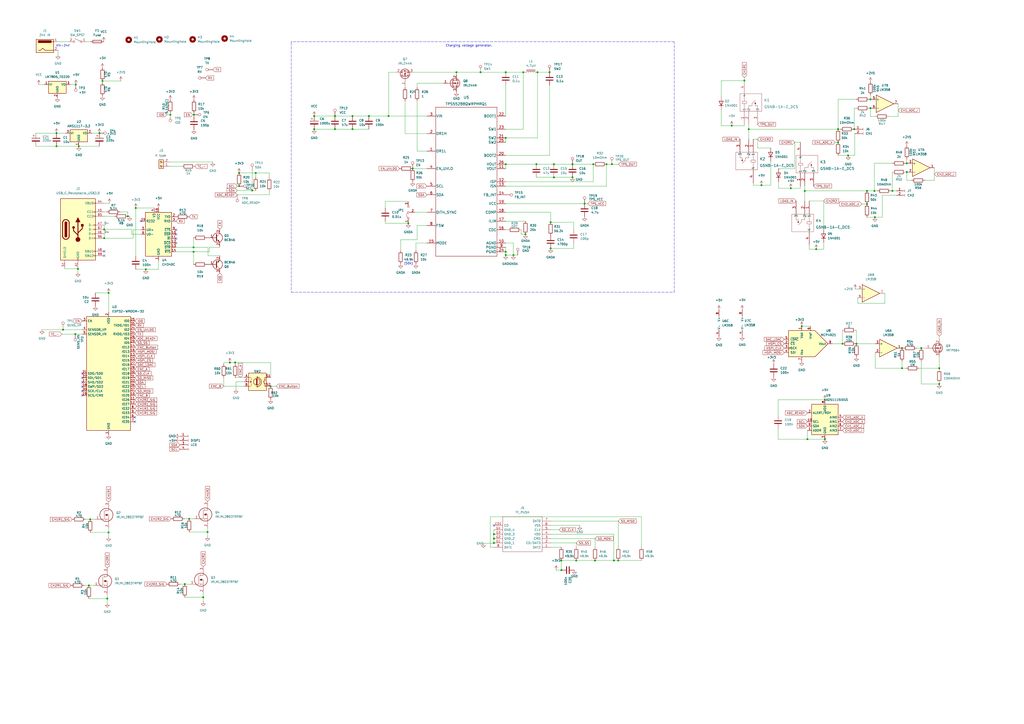
<source format=kicad_sch>
(kicad_sch (version 20211123) (generator eeschema)
  (paper "A2")
  (junction (at 236.855 129.54))
  (junction (at 278.765 41.91))
  (junction (at 59.436 46.99))
  (junction (at 339.09 118.11))
  (junction (at 502.92 110.744))
  (junction (at 57.658 77.216))
  (junction (at 43.688 193.802))
  (junction (at 523.24 201.93))
  (junction (at 36.576 191.262))
  (junction (at 182.245 67.31))
  (junction (at 239.395 97.79))
  (junction (at 112.268 146.05))
  (junction (at 441.706 107.442))
  (junction (at 318.77 41.91))
  (junction (at 465.074 189.23))
  (junction (at 534.416 201.93))
  (junction (at 297.815 147.955))
  (junction (at 293.37 146.05))
  (junction (at 526.034 99.822))
  (junction (at 51.562 339.598))
  (junction (at 504.952 62.738))
  (junction (at 491.998 90.17))
  (junction (at 148.336 100.33))
  (junction (at 156.972 224.028))
  (junction (at 507.492 125.984))
  (junction (at 304.8 135.89))
  (junction (at 325.628 325.12))
  (junction (at 225.425 67.31))
  (junction (at 45.212 155.956))
  (junction (at 496.824 199.39))
  (junction (at 194.31 67.31))
  (junction (at 354.965 95.25))
  (junction (at 84.582 156.21))
  (junction (at 434.34 74.93))
  (junction (at 502.92 118.364))
  (junction (at 112.522 66.548))
  (junction (at 466.852 110.744))
  (junction (at 62.23 347.218))
  (junction (at 486.156 82.55))
  (junction (at 293.37 95.25))
  (junction (at 98.806 66.548))
  (junction (at 117.856 346.456))
  (junction (at 504.952 57.658))
  (junction (at 431.8 46.736))
  (junction (at 286.512 312.42))
  (junction (at 107.188 338.836))
  (junction (at 321.31 95.25))
  (junction (at 146.304 110.49))
  (junction (at 293.37 147.955))
  (junction (at 264.795 41.91))
  (junction (at 194.31 74.93))
  (junction (at 303.53 41.91))
  (junction (at 488.696 199.39))
  (junction (at 424.434 72.898))
  (junction (at 182.245 74.93))
  (junction (at 74.168 125.476))
  (junction (at 112.268 143.51))
  (junction (at 356.108 325.12))
  (junction (at 478.536 254.762))
  (junction (at 507.238 110.744))
  (junction (at 62.992 169.926))
  (junction (at 43.942 49.022))
  (junction (at 60.452 133.096))
  (junction (at 311.15 95.25))
  (junction (at 517.652 110.744))
  (junction (at 32.766 77.216))
  (junction (at 478.536 231.902))
  (junction (at 319.405 144.145))
  (junction (at 486.156 74.93))
  (junction (at 133.35 210.312))
  (junction (at 78.74 120.65))
  (junction (at 293.37 80.01))
  (junction (at 136.398 210.312))
  (junction (at 468.376 254.762))
  (junction (at 120.396 308.61))
  (junction (at 458.724 109.22))
  (junction (at 332.105 102.87))
  (junction (at 138.684 107.95))
  (junction (at 526.034 94.742))
  (junction (at 109.728 300.99))
  (junction (at 325.628 330.708))
  (junction (at 473.456 144.526))
  (junction (at 138.684 100.33))
  (junction (at 334.264 325.12))
  (junction (at 311.785 41.91))
  (junction (at 293.37 41.91))
  (junction (at 345.186 325.12))
  (junction (at 495.554 74.93))
  (junction (at 332.105 95.25))
  (junction (at 204.47 67.31))
  (junction (at 286.512 309.88))
  (junction (at 45.72 84.836))
  (junction (at 523.24 213.614))
  (junction (at 60.452 138.176))
  (junction (at 286.512 314.96))
  (junction (at 344.17 95.25))
  (junction (at 213.995 67.31))
  (junction (at 358.648 325.12))
  (junction (at 544.83 213.614))
  (junction (at 319.405 128.905))
  (junction (at 351.79 95.25))
  (junction (at 32.766 84.836))
  (junction (at 544.83 222.758))
  (junction (at 204.47 74.93))
  (junction (at 62.992 308.864))
  (junction (at 321.31 102.87))
  (junction (at 52.324 301.244))
  (no_connect (at 81.788 128.27))
  (no_connect (at 78.232 242.062))
  (no_connect (at 78.232 244.602))
  (no_connect (at 286.512 304.8))
  (no_connect (at 47.752 216.662))
  (no_connect (at 47.752 221.742))
  (no_connect (at 47.752 219.202))
  (no_connect (at 47.752 224.282))
  (no_connect (at 47.752 226.822))
  (no_connect (at 47.752 229.362))
  (no_connect (at 60.452 145.796))
  (no_connect (at 60.452 148.336))
  (no_connect (at 102.108 135.89))
  (no_connect (at 102.108 133.35))
  (no_connect (at 102.108 138.43))
  (no_connect (at 102.108 140.97))
  (wire (pts (xy 133.35 210.312) (xy 129.794 210.312)))
  (wire (pts (xy 52.324 308.864) (xy 62.992 308.864)))
  (wire (pts (xy 141.732 221.488) (xy 136.906 221.488)))
  (wire (pts (xy 51.562 347.218) (xy 62.23 347.218)))
  (wire (pts (xy 62.992 308.864) (xy 62.992 311.404)))
  (wire (pts (xy 495.808 77.47) (xy 495.808 90.17)))
  (wire (pts (xy 517.652 99.822) (xy 517.652 110.744)))
  (polyline (pts (xy 391.16 169.545) (xy 391.16 24.13)))
  (wire (pts (xy 434.34 74.93) (xy 486.156 74.93)))
  (wire (pts (xy 234.95 49.53) (xy 234.95 50.8)))
  (wire (pts (xy 507.238 110.744) (xy 507.238 94.742)))
  (wire (pts (xy 60.452 135.636) (xy 60.452 138.176)))
  (wire (pts (xy 106.934 300.99) (xy 109.728 300.99)))
  (wire (pts (xy 526.034 94.742) (xy 526.796 94.742)))
  (wire (pts (xy 33.655 24.13) (xy 39.878 24.13)))
  (wire (pts (xy 293.37 118.11) (xy 339.09 118.11)))
  (wire (pts (xy 20.828 84.836) (xy 32.766 84.836)))
  (wire (pts (xy 60.452 133.096) (xy 76.454 133.096)))
  (wire (pts (xy 507.238 94.742) (xy 517.652 94.742)))
  (wire (pts (xy 76.454 135.89) (xy 76.454 133.096)))
  (wire (pts (xy 303.53 41.91) (xy 304.165 41.91)))
  (wire (pts (xy 293.37 143.51) (xy 293.37 146.05)))
  (wire (pts (xy 182.245 67.31) (xy 194.31 67.31)))
  (wire (pts (xy 156.972 218.948) (xy 156.972 210.312)))
  (wire (pts (xy 293.37 123.19) (xy 319.405 123.19)))
  (wire (pts (xy 484.378 82.55) (xy 486.156 82.55)))
  (wire (pts (xy 112.268 137.922) (xy 112.268 143.51)))
  (wire (pts (xy 495.046 74.93) (xy 495.554 74.93)))
  (wire (pts (xy 436.88 107.442) (xy 441.706 107.442)))
  (wire (pts (xy 496.062 167.64) (xy 497.586 167.64)))
  (wire (pts (xy 496.316 199.39) (xy 496.824 199.39)))
  (wire (pts (xy 74.168 122.936) (xy 74.168 125.476)))
  (wire (pts (xy 334.264 314.96) (xy 334.264 317.5)))
  (wire (pts (xy 137.668 107.95) (xy 138.684 107.95)))
  (wire (pts (xy 458.724 109.22) (xy 451.612 109.22)))
  (wire (pts (xy 513.334 176.022) (xy 513.334 170.18)))
  (wire (pts (xy 507.238 110.744) (xy 509.016 110.744)))
  (wire (pts (xy 321.31 95.25) (xy 332.105 95.25)))
  (wire (pts (xy 232.41 145.415) (xy 232.41 139.065)))
  (wire (pts (xy 229.87 41.91) (xy 225.425 41.91)))
  (wire (pts (xy 325.628 325.12) (xy 334.264 325.12)))
  (wire (pts (xy 451.358 254.762) (xy 451.358 248.666)))
  (wire (pts (xy 60.452 130.556) (xy 60.452 133.096)))
  (wire (pts (xy 436.88 106.172) (xy 436.88 107.442)))
  (wire (pts (xy 334.264 325.12) (xy 345.186 325.12)))
  (wire (pts (xy 477.774 140.716) (xy 477.774 144.526)))
  (wire (pts (xy 504.19 57.658) (xy 504.952 57.658)))
  (wire (pts (xy 332.105 95.25) (xy 344.17 95.25)))
  (wire (pts (xy 117.856 346.456) (xy 117.856 348.996)))
  (wire (pts (xy 120.65 148.336) (xy 120.65 143.51)))
  (wire (pts (xy 194.31 67.31) (xy 204.47 67.31)))
  (wire (pts (xy 241.935 139.065) (xy 241.935 130.81)))
  (wire (pts (xy 239.395 97.79) (xy 247.65 97.79)))
  (polyline (pts (xy 168.91 169.545) (xy 391.16 169.545)))
  (wire (pts (xy 345.186 325.12) (xy 356.108 325.12)))
  (wire (pts (xy 45.72 84.836) (xy 57.658 84.836)))
  (wire (pts (xy 62.992 306.324) (xy 62.992 308.864)))
  (wire (pts (xy 351.79 95.25) (xy 354.965 95.25)))
  (wire (pts (xy 311.785 80.01) (xy 293.37 80.01)))
  (wire (pts (xy 482.854 199.39) (xy 488.696 199.39)))
  (polyline (pts (xy 168.91 24.13) (xy 168.91 24.765)))
  (wire (pts (xy 536.448 104.648) (xy 542.036 104.648)))
  (wire (pts (xy 156.972 210.312) (xy 136.398 210.312)))
  (wire (pts (xy 504.19 62.738) (xy 504.952 62.738)))
  (wire (pts (xy 302.26 135.89) (xy 304.8 135.89)))
  (wire (pts (xy 468.376 254.762) (xy 451.358 254.762)))
  (wire (pts (xy 319.532 314.96) (xy 334.264 314.96)))
  (wire (pts (xy 112.268 146.05) (xy 102.108 146.05)))
  (wire (pts (xy 49.53 301.244) (xy 52.324 301.244)))
  (wire (pts (xy 344.17 105.41) (xy 293.37 105.41)))
  (wire (pts (xy 293.37 133.35) (xy 294.64 133.35)))
  (wire (pts (xy 496.824 191.516) (xy 496.824 199.39)))
  (wire (pts (xy 120.65 143.51) (xy 112.268 143.51)))
  (wire (pts (xy 109.728 308.61) (xy 120.396 308.61)))
  (wire (pts (xy 511.81 125.984) (xy 507.492 125.984)))
  (wire (pts (xy 50.038 24.13) (xy 52.578 24.13)))
  (wire (pts (xy 354.965 95.25) (xy 358.775 95.25)))
  (wire (pts (xy 91.948 151.13) (xy 91.948 156.21)))
  (wire (pts (xy 112.268 153.416) (xy 112.268 146.05)))
  (wire (pts (xy 372.11 299.72) (xy 372.11 317.5)))
  (wire (pts (xy 204.47 67.31) (xy 213.995 67.31)))
  (wire (pts (xy 223.52 129.54) (xy 223.52 128.27)))
  (wire (pts (xy 107.188 346.456) (xy 117.856 346.456)))
  (wire (pts (xy 129.794 210.312) (xy 129.794 211.328)))
  (wire (pts (xy 96.774 66.548) (xy 98.806 66.548)))
  (wire (pts (xy 286.512 309.88) (xy 286.512 312.42)))
  (wire (pts (xy 464.312 109.22) (xy 458.724 109.22)))
  (wire (pts (xy 286.512 315.214) (xy 286.512 314.96)))
  (wire (pts (xy 517.652 110.744) (xy 519.938 110.744)))
  (wire (pts (xy 431.8 72.136) (xy 431.8 72.898)))
  (wire (pts (xy 319.405 128.905) (xy 332.74 128.905)))
  (wire (pts (xy 439.42 80.772) (xy 436.88 80.772)))
  (wire (pts (xy 431.8 46.736) (xy 418.338 46.736)))
  (wire (pts (xy 507.746 204.47) (xy 507.746 213.614)))
  (wire (pts (xy 234.95 58.42) (xy 234.95 77.47)))
  (wire (pts (xy 528.828 104.648) (xy 526.034 104.648)))
  (wire (pts (xy 146.304 99.06) (xy 146.304 110.49)))
  (wire (pts (xy 102.108 143.51) (xy 112.268 143.51)))
  (wire (pts (xy 264.795 41.91) (xy 240.03 41.91)))
  (wire (pts (xy 117.856 343.916) (xy 117.856 346.456)))
  (wire (pts (xy 43.688 193.802) (xy 47.752 193.802)))
  (wire (pts (xy 495.808 90.17) (xy 491.998 90.17)))
  (wire (pts (xy 48.768 339.598) (xy 51.562 339.598)))
  (wire (pts (xy 504.952 62.738) (xy 505.714 62.738)))
  (wire (pts (xy 59.436 46.99) (xy 59.436 48.006)))
  (wire (pts (xy 525.272 99.822) (xy 526.034 99.822)))
  (wire (pts (xy 520.954 67.564) (xy 520.954 60.198)))
  (wire (pts (xy 148.336 102.87) (xy 148.336 100.33)))
  (wire (pts (xy 146.304 110.49) (xy 148.336 110.49)))
  (wire (pts (xy 280.416 315.214) (xy 286.512 315.214)))
  (wire (pts (xy 451.358 241.046) (xy 451.358 231.902)))
  (wire (pts (xy 194.31 74.93) (xy 204.47 74.93)))
  (wire (pts (xy 293.37 41.91) (xy 303.53 41.91)))
  (wire (pts (xy 234.95 77.47) (xy 247.65 77.47)))
  (wire (pts (xy 358.648 317.5) (xy 358.648 302.26)))
  (wire (pts (xy 447.04 93.472) (xy 447.04 107.442)))
  (wire (pts (xy 311.15 102.87) (xy 321.31 102.87)))
  (wire (pts (xy 544.83 194.945) (xy 544.83 196.85)))
  (wire (pts (xy 466.852 110.744) (xy 502.92 110.744)))
  (wire (pts (xy 241.935 58.42) (xy 241.935 87.63)))
  (wire (pts (xy 502.92 125.984) (xy 507.492 125.984)))
  (wire (pts (xy 351.79 107.95) (xy 351.79 95.25)))
  (wire (pts (xy 84.582 156.21) (xy 78.74 156.21)))
  (wire (pts (xy 461.01 97.79) (xy 461.01 82.55)))
  (wire (pts (xy 303.53 74.93) (xy 303.53 41.91)))
  (wire (pts (xy 319.532 312.42) (xy 345.186 312.42)))
  (wire (pts (xy 434.34 74.93) (xy 434.34 80.772)))
  (wire (pts (xy 81.788 135.89) (xy 76.454 135.89)))
  (wire (pts (xy 464.312 109.22) (xy 464.312 107.95)))
  (wire (pts (xy 121.412 143.51) (xy 121.412 146.05)))
  (wire (pts (xy 55.372 169.926) (xy 62.992 169.926)))
  (wire (pts (xy 225.425 67.31) (xy 247.65 67.31)))
  (wire (pts (xy 502.92 110.744) (xy 507.238 110.744)))
  (wire (pts (xy 332.74 144.145) (xy 319.405 144.145)))
  (wire (pts (xy 339.09 118.11) (xy 340.995 118.11)))
  (wire (pts (xy 284.48 299.72) (xy 372.11 299.72)))
  (wire (pts (xy 486.156 90.17) (xy 491.998 90.17)))
  (wire (pts (xy 497.586 172.72) (xy 497.586 176.022)))
  (wire (pts (xy 332.74 140.97) (xy 332.74 144.145)))
  (wire (pts (xy 499.872 118.364) (xy 502.92 118.364)))
  (wire (pts (xy 534.416 222.758) (xy 544.83 222.758)))
  (wire (pts (xy 111.76 66.548) (xy 112.522 66.548)))
  (wire (pts (xy 293.37 80.01) (xy 293.37 82.55)))
  (wire (pts (xy 225.425 41.91) (xy 225.425 67.31)))
  (wire (pts (xy 418.338 46.736) (xy 418.338 56.134)))
  (wire (pts (xy 35.814 193.802) (xy 43.688 193.802)))
  (wire (pts (xy 81.788 133.35) (xy 77.216 133.35)))
  (wire (pts (xy 120.396 308.61) (xy 120.396 311.15)))
  (wire (pts (xy 53.34 77.216) (xy 57.658 77.216)))
  (wire (pts (xy 137.668 113.03) (xy 156.21 113.03)))
  (wire (pts (xy 302.26 133.35) (xy 302.26 135.89)))
  (wire (pts (xy 141.732 224.028) (xy 129.794 224.028)))
  (wire (pts (xy 515.366 67.564) (xy 520.954 67.564)))
  (wire (pts (xy 526.034 104.648) (xy 526.034 99.822)))
  (wire (pts (xy 60.452 125.476) (xy 66.548 125.476)))
  (wire (pts (xy 516.636 110.744) (xy 517.652 110.744)))
  (wire (pts (xy 98.806 65.532) (xy 98.806 66.548)))
  (wire (pts (xy 223.52 116.84) (xy 236.855 116.84)))
  (wire (pts (xy 98.552 93.98) (xy 123.444 93.98)))
  (wire (pts (xy 451.612 109.22) (xy 451.612 105.41)))
  (wire (pts (xy 319.532 317.5) (xy 325.628 317.5)))
  (wire (pts (xy 32.766 84.836) (xy 45.72 84.836)))
  (wire (pts (xy 544.83 213.614) (xy 544.83 214.376)))
  (wire (pts (xy 264.795 43.18) (xy 264.795 41.91)))
  (wire (pts (xy 321.31 102.87) (xy 332.105 102.87)))
  (wire (pts (xy 297.815 140.97) (xy 293.37 140.97)))
  (wire (pts (xy 24.384 191.262) (xy 36.576 191.262)))
  (wire (pts (xy 223.52 120.65) (xy 223.52 116.84)))
  (wire (pts (xy 526.034 92.202) (xy 526.034 94.742)))
  (wire (pts (xy 495.554 74.93) (xy 495.808 74.93)))
  (wire (pts (xy 318.77 49.53) (xy 318.77 90.17)))
  (wire (pts (xy 278.765 41.91) (xy 293.37 41.91)))
  (wire (pts (xy 236.855 129.54) (xy 223.52 129.54)))
  (wire (pts (xy 477.774 144.526) (xy 473.456 144.526)))
  (wire (pts (xy 507.746 213.614) (xy 523.24 213.614)))
  (wire (pts (xy 523.24 201.93) (xy 524.002 201.93)))
  (wire (pts (xy 112.522 66.548) (xy 112.522 67.564)))
  (wire (pts (xy 336.296 304.8) (xy 336.296 305.054)))
  (wire (pts (xy 513.334 170.18) (xy 512.826 170.18)))
  (wire (pts (xy 241.935 130.81) (xy 247.65 130.81)))
  (wire (pts (xy 293.37 107.95) (xy 351.79 107.95)))
  (wire (pts (xy 451.612 97.79) (xy 461.01 97.79)))
  (wire (pts (xy 469.392 141.986) (xy 469.392 144.526)))
  (wire (pts (xy 461.01 82.55) (xy 464.312 82.55)))
  (wire (pts (xy 504.952 57.658) (xy 505.714 57.658)))
  (wire (pts (xy 319.405 123.19) (xy 319.405 128.905)))
  (wire (pts (xy 40.894 49.022) (xy 43.942 49.022)))
  (wire (pts (xy 213.995 67.31) (xy 225.425 67.31)))
  (wire (pts (xy 311.785 41.91) (xy 318.77 41.91)))
  (wire (pts (xy 431.8 44.958) (xy 431.8 46.736)))
  (wire (pts (xy 497.586 176.022) (xy 513.334 176.022)))
  (wire (pts (xy 127.508 143.51) (xy 121.412 143.51)))
  (wire (pts (xy 297.815 147.955) (xy 300.355 147.955)))
  (wire (pts (xy 477.774 116.586) (xy 469.392 116.586)))
  (wire (pts (xy 120.396 306.07) (xy 120.396 308.61)))
  (wire (pts (xy 60.452 138.176) (xy 77.216 138.176)))
  (wire (pts (xy 544.83 207.01) (xy 544.83 213.614)))
  (wire (pts (xy 345.186 312.42) (xy 345.186 317.5)))
  (wire (pts (xy 241.3 140.97) (xy 247.65 140.97)))
  (wire (pts (xy 434.34 74.93) (xy 434.34 72.136)))
  (wire (pts (xy 240.665 123.19) (xy 247.65 123.19)))
  (wire (pts (xy 59.436 46.99) (xy 70.104 46.99)))
  (wire (pts (xy 424.434 72.898) (xy 418.338 72.898)))
  (wire (pts (xy 37.592 155.956) (xy 45.212 155.956)))
  (wire (pts (xy 496.57 62.738) (xy 495.554 62.738)))
  (wire (pts (xy 77.216 133.35) (xy 77.216 138.176)))
  (wire (pts (xy 62.992 169.926) (xy 62.992 181.102)))
  (wire (pts (xy 439.42 85.852) (xy 439.42 80.772)))
  (wire (pts (xy 136.398 218.948) (xy 141.732 218.948)))
  (wire (pts (xy 319.532 304.8) (xy 336.296 304.8)))
  (wire (pts (xy 241.3 145.415) (xy 241.3 140.97)))
  (wire (pts (xy 332.74 128.905) (xy 332.74 133.35)))
  (wire (pts (xy 52.324 301.244) (xy 55.372 301.244)))
  (wire (pts (xy 441.706 107.442) (xy 447.04 107.442)))
  (wire (pts (xy 109.728 300.99) (xy 112.776 300.99)))
  (wire (pts (xy 69.596 122.936) (xy 74.168 122.936)))
  (wire (pts (xy 204.47 74.93) (xy 213.995 74.93)))
  (wire (pts (xy 293.37 147.955) (xy 297.815 147.955)))
  (wire (pts (xy 297.815 147.955) (xy 297.815 140.97)))
  (wire (pts (xy 431.8 72.898) (xy 424.434 72.898)))
  (wire (pts (xy 344.17 95.25) (xy 344.17 105.41)))
  (wire (pts (xy 293.37 95.25) (xy 293.37 97.79)))
  (wire (pts (xy 284.48 317.5) (xy 284.48 299.72)))
  (wire (pts (xy 121.412 146.05) (xy 112.268 146.05)))
  (wire (pts (xy 182.245 74.93) (xy 194.31 74.93)))
  (wire (pts (xy 22.479 49.022) (xy 25.654 49.022)))
  (wire (pts (xy 477.774 116.586) (xy 477.774 133.096)))
  (wire (pts (xy 293.37 49.53) (xy 293.37 67.31)))
  (wire (pts (xy 507.746 67.564) (xy 504.952 67.564)))
  (wire (pts (xy 33.655 29.21) (xy 33.655 31.75)))
  (wire (pts (xy 447.04 85.852) (xy 439.42 85.852)))
  (wire (pts (xy 525.526 213.614) (xy 523.24 213.614)))
  (wire (pts (xy 533.146 213.614) (xy 544.83 213.614)))
  (wire (pts (xy 504.952 55.118) (xy 504.952 57.658)))
  (wire (pts (xy 127.508 148.336) (xy 120.65 148.336)))
  (wire (pts (xy 322.58 330.708) (xy 325.628 330.708)))
  (wire (pts (xy 486.156 74.93) (xy 487.426 74.93)))
  (wire (pts (xy 495.554 62.738) (xy 495.554 74.93)))
  (wire (pts (xy 319.532 302.26) (xy 358.648 302.26)))
  (wire (pts (xy 311.15 95.25) (xy 321.31 95.25)))
  (wire (pts (xy 496.316 191.516) (xy 496.824 191.516)))
  (wire (pts (xy 325.628 330.708) (xy 325.628 325.12)))
  (wire (pts (xy 148.336 100.33) (xy 156.21 100.33)))
  (wire (pts (xy 98.552 96.52) (xy 105.41 96.52)))
  (wire (pts (xy 534.416 201.93) (xy 537.21 201.93)))
  (wire (pts (xy 129.794 224.028) (xy 129.794 218.948)))
  (wire (pts (xy 534.416 209.55) (xy 534.416 222.758)))
  (wire (pts (xy 62.23 344.678) (xy 62.23 347.218)))
  (wire (pts (xy 526.034 99.822) (xy 526.796 99.822)))
  (wire (pts (xy 156.21 113.03) (xy 156.21 110.744)))
  (wire (pts (xy 241.935 87.63) (xy 247.65 87.63)))
  (wire (pts (xy 127.508 143.002) (xy 127.508 143.51)))
  (wire (pts (xy 488.696 191.516) (xy 488.696 199.39)))
  (wire (pts (xy 496.57 57.658) (xy 486.156 57.658)))
  (wire (pts (xy 293.37 95.25) (xy 311.15 95.25)))
  (wire (pts (xy 319.532 307.34) (xy 324.358 307.34)))
  (wire (pts (xy 293.37 146.05) (xy 293.37 147.955)))
  (wire (pts (xy 356.108 325.12) (xy 358.648 325.12)))
  (wire (pts (xy 264.795 41.91) (xy 278.765 41.91)))
  (wire (pts (xy 112.522 65.532) (xy 112.522 66.548)))
  (wire (pts (xy 496.824 199.39) (xy 507.746 199.39)))
  (wire (pts (xy 78.74 148.59) (xy 78.74 120.65)))
  (wire (pts (xy 60.452 117.856) (xy 63.5 117.856)))
  (wire (pts (xy 78.74 120.65) (xy 89.408 120.65)))
  (wire (pts (xy 511.81 125.984) (xy 511.81 113.284)))
  (wire (pts (xy 20.828 77.216) (xy 32.766 77.216)))
  (wire (pts (xy 156.972 224.028) (xy 160.274 224.028)))
  (wire (pts (xy 91.948 156.21) (xy 84.582 156.21)))
  (wire (pts (xy 293.37 128.27) (xy 304.8 128.27)))
  (wire (pts (xy 286.512 312.42) (xy 286.512 314.96)))
  (wire (pts (xy 473.456 144.526) (xy 469.392 144.526)))
  (wire (pts (xy 542.036 104.648) (xy 542.036 97.282)))
  (wire (pts (xy 318.77 90.17) (xy 293.37 90.17)))
  (wire (pts (xy 523.24 213.614) (xy 523.24 209.55)))
  (wire (pts (xy 466.852 107.95) (xy 466.852 110.744)))
  (wire (pts (xy 525.272 94.742) (xy 526.034 94.742)))
  (wire (pts (xy 293.37 74.93) (xy 303.53 74.93)))
  (wire (pts (xy 45.212 155.956) (xy 45.212 157.988)))
  (polyline (pts (xy 168.91 24.765) (xy 168.91 169.545)))
  (wire (pts (xy 468.376 249.682) (xy 468.376 254.762)))
  (wire (pts (xy 319.532 309.88) (xy 356.108 309.88)))
  (wire (pts (xy 156.21 103.124) (xy 156.21 100.33)))
  (wire (pts (xy 544.83 221.996) (xy 544.83 222.758)))
  (wire (pts (xy 136.398 210.312) (xy 133.35 210.312)))
  (wire (pts (xy 74.168 125.476) (xy 75.184 125.476)))
  (wire (pts (xy 104.394 338.836) (xy 107.188 338.836)))
  (wire (pts (xy 60.452 122.936) (xy 61.976 122.936)))
  (wire (pts (xy 32.766 77.216) (xy 38.1 77.216)))
  (wire (pts (xy 136.398 210.312) (xy 136.398 211.328)))
  (wire (pts (xy 107.188 338.836) (xy 110.236 338.836)))
  (wire (pts (xy 478.536 254.762) (xy 468.376 254.762)))
  (wire (pts (xy 451.358 231.902) (xy 478.536 231.902)))
  (wire (pts (xy 137.668 110.49) (xy 146.304 110.49)))
  (wire (pts (xy 531.622 201.93) (xy 534.416 201.93)))
  (wire (pts (xy 36.576 191.262) (xy 47.752 191.262)))
  (wire (pts (xy 418.338 72.898) (xy 418.338 63.754)))
  (wire (pts (xy 522.986 201.93) (xy 523.24 201.93)))
  (wire (pts (xy 486.156 57.658) (xy 486.156 74.93)))
  (wire (pts (xy 311.785 41.91) (xy 311.785 80.01)))
  (wire (pts (xy 241.935 48.26) (xy 257.175 48.26)))
  (wire (pts (xy 511.81 113.284) (xy 519.938 113.284)))
  (wire (pts (xy 286.512 307.34) (xy 286.512 309.88)))
  (wire (pts (xy 286.512 317.5) (xy 284.48 317.5)))
  (wire (pts (xy 358.648 325.12) (xy 372.11 325.12)))
  (wire (pts (xy 232.41 139.065) (xy 241.935 139.065)))
  (wire (pts (xy 466.852 110.744) (xy 466.852 116.586)))
  (wire (pts (xy 36.576 191.262) (xy 36.576 190.754)))
  (wire (pts (xy 148.336 100.33) (xy 138.684 100.33)))
  (wire (pts (xy 241.935 50.8) (xy 241.935 48.26)))
  (wire (pts (xy 62.23 347.218) (xy 62.23 349.758)))
  (polyline (pts (xy 391.16 24.13) (xy 168.91 24.13)))
  (wire (pts (xy 51.562 339.598) (xy 54.61 339.598)))
  (wire (pts (xy 356.108 325.12) (xy 356.108 309.88)))
  (wire (pts (xy 43.942 49.022) (xy 44.069 49.022)))
  (wire (pts (xy 465.074 189.23) (xy 470.154 189.23)))
  (wire (pts (xy 136.906 221.488) (xy 136.906 225.806)))
  (wire (pts (xy 504.952 67.564) (xy 504.952 62.738)))
  (text "(50k)\n" (at 234.315 153.67 0) (effects (font (size 1.27 1.27)) (justify left bottom)))
  (text "Vin-24V\n" (at 32.385 27.305 0) (effects (font (size 1.27 1.27)) (justify left bottom)))
  (text "Charging voltage generator." (at 258.445 27.305 0) (effects (font (size 1.27 1.27)) (justify left bottom)))
  (label "D-" (at 60.452 130.556 0))
  (label "D+" (at 60.452 135.636 0))
  (global_label "DAC_LDAC" (shape input) (at 78.232 211.582 0) (property "Intersheet References" "${INTERSHEET_REFS}" (effects hide)))
  (global_label "CH2_ADC_I" (shape input) (at 488.696 249.682 0) (property "Intersheet References" "${INTERSHEET_REFS}" (effects hide)))
  (global_label "CH1R2" (shape input) (at 439.42 80.772 0) (property "Intersheet References" "${INTERSHEET_REFS}" (effects hide)))
  (global_label "CH1_ADC_I" (shape input) (at 520.954 64.008 0) (property "Intersheet References" "${INTERSHEET_REFS}" (effects hide)))
  (global_label "RX" (shape input) (at 78.232 188.722 0) (property "Intersheet References" "${INTERSHEET_REFS}" (effects hide)))
  (global_label "SCL" (shape input) (at 104.394 260.604 180) (property "Intersheet References" "${INTERSHEET_REFS}" (effects hide)))
  (global_label "CH2_ADC_V" (shape input) (at 488.696 244.602 0) (property "Intersheet References" "${INTERSHEET_REFS}" (effects hide)))
  (global_label "LOAD_IN" (shape input) (at 461.772 116.586 180) (property "Intersheet References" "${INTERSHEET_REFS}" (effects hide)))
  (global_label "CH1_ADC_V" (shape input) (at 484.378 82.55 180) (property "Intersheet References" "${INTERSHEET_REFS}" (effects hide)))
  (global_label "HSPI_MOSI" (shape input) (at 78.232 203.962 0) (property "Intersheet References" "${INTERSHEET_REFS}" (effects hide)))
  (global_label "ADC_READY" (shape input) (at 137.668 113.03 180) (property "Intersheet References" "${INTERSHEET_REFS}" (effects hide)))
  (global_label "HSPI_CS" (shape input) (at 78.232 209.042 0) (property "Intersheet References" "${INTERSHEET_REFS}" (effects hide)))
  (global_label "SD_CLK" (shape input) (at 78.232 216.662 0) (property "Intersheet References" "${INTERSHEET_REFS}" (effects hide)))
  (global_label "SCL" (shape input) (at 78.232 224.282 0) (property "Intersheet References" "${INTERSHEET_REFS}" (effects hide)))
  (global_label "SCL" (shape input) (at 247.65 107.95 180) (property "Intersheet References" "${INTERSHEET_REFS}" (effects hide)))
  (global_label "CH2R1_SIG" (shape input) (at 41.148 339.598 180) (property "Intersheet References" "${INTERSHEET_REFS}" (effects hide)))
  (global_label "ENC_B" (shape input) (at 78.232 229.362 0) (property "Intersheet References" "${INTERSHEET_REFS}" (effects hide)))
  (global_label "CH1R2_SIG" (shape input) (at 78.232 236.982 0) (property "Intersheet References" "${INTERSHEET_REFS}" (effects hide)))
  (global_label "SD_MISO" (shape input) (at 78.232 219.202 0) (property "Intersheet References" "${INTERSHEET_REFS}" (effects hide)))
  (global_label "RX" (shape input) (at 119.126 45.212 0) (property "Intersheet References" "${INTERSHEET_REFS}" (effects hide)))
  (global_label "SDA" (shape input) (at 247.65 113.03 180) (property "Intersheet References" "${INTERSHEET_REFS}" (effects hide)))
  (global_label "HSPI_CLK" (shape input) (at 78.232 206.502 0) (property "Intersheet References" "${INTERSHEET_REFS}" (effects hide)))
  (global_label "SD_CLK" (shape input) (at 324.358 307.34 0) (property "Intersheet References" "${INTERSHEET_REFS}" (effects hide)))
  (global_label "CH1_ADC_V" (shape input) (at 488.696 242.062 0) (property "Intersheet References" "${INTERSHEET_REFS}" (effects hide)))
  (global_label "CH1R1_SIG" (shape input) (at 41.91 301.244 180) (property "Intersheet References" "${INTERSHEET_REFS}" (effects hide)))
  (global_label "CH1R1" (shape input) (at 62.992 291.084 90) (property "Intersheet References" "${INTERSHEET_REFS}" (effects hide)))
  (global_label "RX" (shape input) (at 102.108 128.27 0) (property "Intersheet References" "${INTERSHEET_REFS}" (effects hide)))
  (global_label "ADC_READY" (shape input) (at 78.232 196.342 0) (property "Intersheet References" "${INTERSHEET_REFS}" (effects hide)))
  (global_label "CH1R1" (shape input) (at 431.8 44.958 90) (property "Intersheet References" "${INTERSHEET_REFS}" (effects hide)))
  (global_label "TC_-" (shape input) (at 113.03 96.52 0) (property "Intersheet References" "${INTERSHEET_REFS}" (effects hide)))
  (global_label "CH1_ADC_I" (shape input) (at 488.696 247.142 0) (property "Intersheet References" "${INTERSHEET_REFS}" (effects hide)))
  (global_label "IO0" (shape input) (at 127.508 158.496 270) (property "Intersheet References" "${INTERSHEET_REFS}" (effects hide)))
  (global_label "TX" (shape input) (at 78.232 193.802 0) (property "Intersheet References" "${INTERSHEET_REFS}" (effects hide)))
  (global_label "CH2_ADC_V" (shape input) (at 499.872 118.364 180) (property "Intersheet References" "${INTERSHEET_REFS}" (effects hide)))
  (global_label "LOAD_IN" (shape input) (at 544.83 194.945 90) (property "Intersheet References" "${INTERSHEET_REFS}" (effects hide)))
  (global_label "SCL" (shape input) (at 468.376 244.602 180) (property "Intersheet References" "${INTERSHEET_REFS}" (effects hide)))
  (global_label "SDA" (shape input) (at 104.394 258.064 180) (property "Intersheet References" "${INTERSHEET_REFS}" (effects hide)))
  (global_label "SCL" (shape input) (at 137.668 107.95 180) (property "Intersheet References" "${INTERSHEET_REFS}" (effects hide)))
  (global_label "TPS_VCC" (shape input) (at 340.995 118.11 0) (property "Intersheet References" "${INTERSHEET_REFS}" (effects hide)))
  (global_label "EN" (shape input) (at 111.76 66.548 180) (property "Intersheet References" "${INTERSHEET_REFS}" (effects hide)))
  (global_label "SDA" (shape input) (at 137.668 110.49 180) (property "Intersheet References" "${INTERSHEET_REFS}" (effects hide)))
  (global_label "SD_MOSI" (shape input) (at 345.186 312.42 0) (property "Intersheet References" "${INTERSHEET_REFS}" (effects hide)))
  (global_label "SD_SS" (shape input) (at 334.264 314.96 0) (property "Intersheet References" "${INTERSHEET_REFS}" (effects hide)))
  (global_label "IO0" (shape input) (at 96.774 66.548 180) (property "Intersheet References" "${INTERSHEET_REFS}" (effects hide)))
  (global_label "SD_MISO" (shape input) (at 358.648 302.26 0) (property "Intersheet References" "${INTERSHEET_REFS}" (effects hide)))
  (global_label "EN_UVLDO" (shape input) (at 78.232 191.262 0) (property "Intersheet References" "${INTERSHEET_REFS}" (effects hide)))
  (global_label "ENC_A" (shape input) (at 78.232 214.122 0) (property "Intersheet References" "${INTERSHEET_REFS}" (effects hide)))
  (global_label "SD_SS" (shape input) (at 78.232 198.882 0) (property "Intersheet References" "${INTERSHEET_REFS}" (effects hide)))
  (global_label "HSPI_MOSI" (shape input) (at 454.914 204.47 180) (property "Intersheet References" "${INTERSHEET_REFS}" (effects hide)))
  (global_label "SDA" (shape input) (at 78.232 221.742 0) (property "Intersheet References" "${INTERSHEET_REFS}" (effects hide)))
  (global_label "EN" (shape input) (at 47.752 186.182 180) (property "Intersheet References" "${INTERSHEET_REFS}" (effects hide)))
  (global_label "IO0" (shape input) (at 78.232 186.182 0) (property "Intersheet References" "${INTERSHEET_REFS}" (effects hide)))
  (global_label "SD_MOSI" (shape input) (at 78.232 226.822 0) (property "Intersheet References" "${INTERSHEET_REFS}" (effects hide)))
  (global_label "CH2R2_SIG" (shape input) (at 96.774 338.836 180) (property "Intersheet References" "${INTERSHEET_REFS}" (effects hide)))
  (global_label "ENC_Button" (shape input) (at 160.274 224.028 0) (property "Intersheet References" "${INTERSHEET_REFS}" (effects hide)))
  (global_label "CH2R2_SIG" (shape input) (at 78.232 231.902 0) (property "Intersheet References" "${INTERSHEET_REFS}" (effects hide)))
  (global_label "CH1R2_SIG" (shape input) (at 99.314 300.99 180) (property "Intersheet References" "${INTERSHEET_REFS}" (effects hide)))
  (global_label "EN_UVLDO" (shape input) (at 231.775 97.79 180) (property "Intersheet References" "${INTERSHEET_REFS}" (effects hide)))
  (global_label "CH1R2" (shape input) (at 120.396 290.83 90) (property "Intersheet References" "${INTERSHEET_REFS}" (effects hide)))
  (global_label "ENC_A" (shape input) (at 139.446 218.948 90) (property "Intersheet References" "${INTERSHEET_REFS}" (effects hide)))
  (global_label "TX" (shape input) (at 123.444 40.386 0) (property "Intersheet References" "${INTERSHEET_REFS}" (effects hide)))
  (global_label "CH2_ADC_I" (shape input) (at 542.036 101.092 0) (property "Intersheet References" "${INTERSHEET_REFS}" (effects hide)))
  (global_label "TPS_OUT" (shape input) (at 358.775 95.25 0) (property "Intersheet References" "${INTERSHEET_REFS}" (effects hide)))
  (global_label "TC_-" (shape input) (at 35.814 193.802 180) (property "Intersheet References" "${INTERSHEET_REFS}" (effects hide)))
  (global_label "LOAD_IN" (shape input) (at 429.26 80.772 180) (property "Intersheet References" "${INTERSHEET_REFS}" (effects hide)))
  (global_label "CH2R1" (shape input) (at 461.01 82.55 180) (property "Intersheet References" "${INTERSHEET_REFS}" (effects hide)))
  (global_label "DAC_LDAC" (shape input) (at 454.914 196.85 180) (property "Intersheet References" "${INTERSHEET_REFS}" (effects hide)))
  (global_label "CH2R1" (shape input) (at 62.23 329.438 90) (property "Intersheet References" "${INTERSHEET_REFS}" (effects hide)))
  (global_label "CH2R1_SIG" (shape input) (at 78.232 234.442 0) (property "Intersheet References" "${INTERSHEET_REFS}" (effects hide)))
  (global_label "SDA" (shape input) (at 468.376 247.142 180) (property "Intersheet References" "${INTERSHEET_REFS}" (effects hide)))
  (global_label "ENC_Button" (shape input) (at 78.232 201.422 0) (property "Intersheet References" "${INTERSHEET_REFS}" (effects hide)))
  (global_label "ADC_READY" (shape input) (at 468.376 239.522 180) (property "Intersheet References" "${INTERSHEET_REFS}" (effects hide)))
  (global_label "ENC_B" (shape input) (at 129.794 224.028 180) (property "Intersheet References" "${INTERSHEET_REFS}" (effects hide)))
  (global_label "TX" (shape input) (at 109.728 125.73 0) (property "Intersheet References" "${INTERSHEET_REFS}" (effects hide)))
  (global_label "CH2R2" (shape input) (at 477.774 116.586 0) (property "Intersheet References" "${INTERSHEET_REFS}" (effects hide)))
  (global_label "HSPI_CLK" (shape input) (at 454.914 201.93 180) (property "Intersheet References" "${INTERSHEET_REFS}" (effects hide)))
  (global_label "HSPI_CS" (shape input) (at 454.914 199.39 180) (property "Intersheet References" "${INTERSHEET_REFS}" (effects hide)))
  (global_label "TPS_OUT" (shape input) (at 439.42 72.136 0) (property "Intersheet References" "${INTERSHEET_REFS}" (effects hide)))
  (global_label "CH2R2" (shape input) (at 117.856 328.676 90) (property "Intersheet References" "${INTERSHEET_REFS}" (effects hide)))
  (global_label "CH1R1_SIG" (shape input) (at 78.232 239.522 0) (property "Intersheet References" "${INTERSHEET_REFS}" (effects hide)))
  (global_label "TPS_OUT" (shape input) (at 471.932 107.95 0) (property "Intersheet References" "${INTERSHEET_REFS}" (effects hide)))
  (global_label "EN" (shape input) (at 127.508 132.842 90) (property "Intersheet References" "${INTERSHEET_REFS}" (effects hide)))
  (symbol (lib_id "Device:C") (at 329.438 330.708 270) (unit 1)
    (property "Reference" "C20" (at 330.7081 334.518 0) (effects (justify left)))
    (property "Value" "100n" (at 328.1681 334.518 0) (effects (justify left)))
    (property "Footprint" "Capacitor_SMD:C_0805_2012Metric_Pad1.18x1.45mm_HandSolder" (effects hide))
  )
  (symbol (lib_id "Diode:1N4001") (at 477.774 136.906 90) (unit 1)
    (property "Reference" "D5" (at 480.06 135.6359 90) (effects (justify right)))
    (property "Value" "1N4001" (at 480.06 138.1759 90) (effects (justify right)))
    (property "Footprint" "Diode_SMD:D_SOD-123" (effects hide))
    (property "Datasheet" "http://www.vishay.com/docs/88503/1n4001.pdf" (effects hide))
  )
  (symbol (lib_id "Connector:TestPoint") (at 318.77 41.91 0) (unit 1)
    (property "Reference" "TP17" (at 321.31 37.3379 0) (effects (justify left)))
    (property "Value" "SW2" (at 321.31 39.8779 0) (effects (justify left)))
    (property "Footprint" "TestPoint:TestPoint_Pad_D2.5mm" (effects hide))
  )
  (symbol (lib_id "power:+3V3") (at 448.818 211.074 0) (unit 1)
    (property "Reference" "#PWR024" (effects hide))
    (property "Value" "+3V3" (at 447.548 207.264 0))
  )
  (symbol (lib_id "power:GND") (at 264.795 53.34 0) (unit 1)
    (property "Reference" "#PWR039" (effects hide))
    (property "Value" "GND" (at 264.795 57.15 0))
  )
  (symbol (lib_id "Device:R") (at 319.405 132.715 0) (unit 1)
    (property "Reference" "R31" (at 321.31 131.4449 0) (effects (justify left)))
    (property "Value" "56.2k" (at 321.31 133.9849 0) (effects (justify left)))
    (property "Footprint" "Resistor_SMD:R_0805_2012Metric_Pad1.20x1.40mm_HandSolder" (effects hide))
  )
  (symbol (lib_id "Device:R") (at 298.45 133.35 270) (unit 1)
    (property "Reference" "R29" (at 298.45 129.54 90))
    (property "Value" "OPT" (at 298.45 131.445 90))
    (property "Footprint" "Resistor_SMD:R_0805_2012Metric_Pad1.20x1.40mm_HandSolder" (effects hide))
  )
  (symbol (lib_id "power:+3V3") (at 62.992 169.926 0) (mirror y) (unit 1)
    (property "Reference" "#PWR014" (effects hide))
    (property "Value" "+3V3" (at 62.992 164.338 0))
  )
  (symbol (lib_id "Jumper:Jumper_3_Bridged12") (at 236.855 123.19 90) (unit 1)
    (property "Reference" "JP1" (at 234.315 121.9199 90) (effects (justify left)))
    (property "Value" "Jumper_3_Bridged12" (effects hide))
    (property "Footprint" "Jumper:SolderJumper-3_P1.3mm_Bridged12_RoundedPad1.0x1.5mm" (effects hide))
  )
  (symbol (lib_id "power:+5V") (at 417.068 179.832 0) (unit 1)
    (property "Reference" "#PWR046" (effects hide))
    (property "Value" "+5V" (at 417.068 174.117 0))
  )
  (symbol (lib_id "power:GND") (at 33.655 31.75 0) (unit 1)
    (property "Reference" "#PWR04" (effects hide))
    (property "Value" "GND" (at 33.655 36.83 0))
  )
  (symbol (lib_id "Device:C") (at 321.31 99.06 0) (unit 1)
    (property "Reference" "C15" (at 325.12 97.7899 0) (effects (justify left)))
    (property "Value" "10u" (at 325.12 100.3299 0) (effects (justify left)))
    (property "Footprint" "Capacitor_SMD:C_1206_3216Metric_Pad1.33x1.80mm_HandSolder" (effects hide))
  )
  (symbol (lib_id "power:GND") (at 544.83 222.758 0) (unit 1)
    (property "Reference" "#PWR068" (effects hide))
    (property "Value" "GND" (at 544.83 227.838 0))
  )
  (symbol (lib_id "Connector:Conn_01x04_Female") (at 109.474 255.524 0) (unit 1)
    (property "Reference" "DISP1" (at 110.49 255.5239 0) (effects (justify left)))
    (property "Value" "LCD" (at 110.49 258.0639 0) (effects (justify left)))
    (property "Footprint" "LCD:LCD-20x4" (effects hide))
  )
  (symbol (lib_id "power:GND") (at 62.23 349.758 0) (unit 1)
    (property "Reference" "#PWR013" (effects hide))
    (property "Value" "GND" (at 62.23 354.838 0))
  )
  (symbol (lib_id "IRLML2803TRPBF:IRLML2803TRPBF") (at 110.236 338.836 0) (unit 1)
    (property "Reference" "Q3" (at 122.174 335.0259 0) (effects (justify left)))
    (property "Value" "IRLML2803TRPBF" (at 122.174 337.5659 0) (effects (justify left)))
    (property "Footprint" "Package_TO_SOT_SMD:SOT-23" (effects hide))
    (property "Datasheet" "https://www.infineon.com/dgdl/irlml2803pbf.pdf?fileId=5546d462533600a4015356682aff260f" (effects hide))
    (property "Description" "IRLML2803TRPBF N-Channel MOSFET, 1.2 A, 30 V HEXFET, 3-Pin SOT-23 Infineon" (effects hide))
    (property "Height" "1.12" (effects hide))
    (property "Manufacturer_Name" "Infineon" (effects hide))
    (property "Manufacturer_Part_Number" "IRLML2803TRPBF" (effects hide))
    (property "Mouser Part Number" "942-IRLML2803TRPBF" (effects hide))
    (property "Mouser Price/Stock" "https://www.mouser.co.uk/ProductDetail/Infineon-IR/IRLML2803TRPBF?qs=9%252BKlkBgLFf2YYGlrpx3%252BKw%3D%3D" (effects hide))
    (property "Arrow Part Number" "IRLML2803TRPBF" (effects hide))
    (property "Arrow Price/Stock" "https://www.arrow.com/en/products/irlml2803trpbf/infineon-technologies-ag" (effects hide))
  )
  (symbol (lib_id "power:GND") (at 491.998 90.17 0) (unit 1)
    (property "Reference" "#PWR060" (effects hide))
    (property "Value" "GND" (at 491.998 95.25 0))
  )
  (symbol (lib_id "Device:C_Polarized") (at 57.658 81.026 0) (unit 1)
    (property "Reference" "C3" (at 61.468 79.502 0) (effects (justify left)))
    (property "Value" "220u" (at 61.468 81.4069 0) (effects (justify left)))
    (property "Footprint" "Capacitor_SMD:CP_Elec_6.3x9.9" (effects hide))
  )
  (symbol (lib_id "Device:R") (at 116.078 137.922 90) (unit 1)
    (property "Reference" "R18" (at 116.078 131.064 90))
    (property "Value" "10k" (at 116.078 133.604 90))
    (property "Footprint" "Resistor_SMD:R_0805_2012Metric_Pad1.20x1.40mm_HandSolder" (effects hide))
  )
  (symbol (lib_id "power:GND") (at 182.245 74.93 0) (unit 1)
    (property "Reference" "#PWR034" (effects hide))
    (property "Value" "GND" (at 182.245 80.01 0))
  )
  (symbol (lib_id "Device:C") (at 448.818 214.884 0) (unit 1)
    (property "Reference" "C22" (at 452.628 213.6139 0) (effects (justify left)))
    (property "Value" "100n" (at 452.628 216.1539 0) (effects (justify left)))
    (property "Footprint" "Capacitor_SMD:C_0805_2012Metric_Pad1.18x1.45mm_HandSolder" (effects hide))
  )
  (symbol (lib_id "power:GND") (at 45.72 84.836 0) (unit 1)
    (property "Reference" "#PWR07" (effects hide))
    (property "Value" "GND" (at 45.72 89.916 0))
  )
  (symbol (lib_id "Transistor_FET:IRLZ44N") (at 234.95 44.45 90) (unit 1)
    (property "Reference" "Q7" (at 234.95 34.29 90))
    (property "Value" "IRLZ44N" (at 234.95 36.83 90))
    (property "Footprint" "Package_TO_SOT_THT:TO-220F-3_Horizontal_TabUp" (effects hide))
    (property "Datasheet" "http://www.irf.com/product-info/datasheets/data/irlz44n.pdf" (effects hide))
  )
  (symbol (lib_id "Device:R") (at 502.92 122.174 180) (unit 1)
    (property "Reference" "R44" (at 504.952 120.9039 0) (effects (justify right)))
    (property "Value" "10k" (at 504.952 123.4439 0) (effects (justify right)))
    (property "Footprint" "Resistor_SMD:R_0805_2012Metric_Pad1.20x1.40mm_HandSolder" (effects hide))
  )
  (symbol (lib_id "power:GND") (at 333.248 330.708 0) (unit 1)
    (property "Reference" "#PWR0101" (effects hide))
    (property "Value" "GND" (at 333.248 334.264 0))
  )
  (symbol (lib_id "power:+3V3") (at 133.35 210.312 0) (mirror y) (unit 1)
    (property "Reference" "#PWR0105" (effects hide))
    (property "Value" "+3V3" (at 133.35 204.724 0))
  )
  (symbol (lib_id "Device:R") (at 235.585 97.79 90) (unit 1)
    (property "Reference" "R25" (at 235.585 91.44 90))
    (property "Value" "1k" (at 235.585 93.98 90))
    (property "Footprint" "Resistor_SMD:R_0805_2012Metric_Pad1.20x1.40mm_HandSolder" (effects hide))
  )
  (symbol (lib_id "Device:R") (at 109.22 96.52 270) (unit 1)
    (property "Reference" "R15" (at 109.22 98.806 90))
    (property "Value" "1k" (at 109.22 100.584 90))
    (property "Footprint" "Resistor_SMD:R_0805_2012Metric_Pad1.20x1.40mm_HandSolder" (effects hide))
  )
  (symbol (lib_id "power:GNDA") (at 304.8 135.89 0) (unit 1)
    (property "Reference" "#PWR042" (effects hide))
    (property "Value" "GNDA" (at 304.8 139.7 0))
  )
  (symbol (lib_id "IRLML2803TRPBF:IRLML2803TRPBF") (at 112.776 300.99 0) (unit 1)
    (property "Reference" "Q4" (at 124.714 297.1799 0) (effects (justify left)))
    (property "Value" "IRLML2803TRPBF" (at 124.714 299.7199 0) (effects (justify left)))
    (property "Footprint" "Package_TO_SOT_SMD:SOT-23" (effects hide))
    (property "Datasheet" "https://www.infineon.com/dgdl/irlml2803pbf.pdf?fileId=5546d462533600a4015356682aff260f" (effects hide))
    (property "Description" "IRLML2803TRPBF N-Channel MOSFET, 1.2 A, 30 V HEXFET, 3-Pin SOT-23 Infineon" (effects hide))
    (property "Height" "1.12" (effects hide))
    (property "Manufacturer_Name" "Infineon" (effects hide))
    (property "Manufacturer_Part_Number" "IRLML2803TRPBF" (effects hide))
    (property "Mouser Part Number" "942-IRLML2803TRPBF" (effects hide))
    (property "Mouser Price/Stock" "https://www.mouser.co.uk/ProductDetail/Infineon-IR/IRLML2803TRPBF?qs=9%252BKlkBgLFf2YYGlrpx3%252BKw%3D%3D" (effects hide))
    (property "Arrow Part Number" "IRLML2803TRPBF" (effects hide))
    (property "Arrow Price/Stock" "https://www.arrow.com/en/products/irlml2803trpbf/infineon-technologies-ag" (effects hide))
  )
  (symbol (lib_id "Device:C") (at 451.358 244.856 0) (unit 1)
    (property "Reference" "C19" (at 455.168 243.5859 0) (effects (justify left)))
    (property "Value" "100n" (at 455.168 246.1259 0) (effects (justify left)))
    (property "Footprint" "Capacitor_SMD:C_0805_2012Metric_Pad1.18x1.45mm_HandSolder" (effects hide))
  )
  (symbol (lib_id "Device:R") (at 51.562 343.408 180) (unit 1)
    (property "Reference" "R3" (at 47.752 343.408 90))
    (property "Value" "10k" (at 49.657 343.408 90))
    (property "Footprint" "Resistor_SMD:R_0805_2012Metric_Pad1.20x1.40mm_HandSolder" (effects hide))
  )
  (symbol (lib_id "Device:R") (at 486.156 86.36 0) (unit 1)
    (property "Reference" "R34" (at 488.696 85.0899 0) (effects (justify left)))
    (property "Value" "10k" (at 488.696 87.6299 0) (effects (justify left)))
    (property "Footprint" "Resistor_SMD:R_0805_2012Metric_Pad1.20x1.40mm_HandSolder" (effects hide))
  )
  (symbol (lib_id "Device:R") (at 523.24 205.74 180) (unit 1)
    (property "Reference" "R51" (at 519.43 205.74 90))
    (property "Value" "1k" (at 521.335 205.74 90))
    (property "Footprint" "Resistor_SMD:R_0805_2012Metric_Pad1.20x1.40mm_HandSolder" (effects hide))
  )
  (symbol (lib_id "power:GND") (at 84.582 156.21 0) (unit 1)
    (property "Reference" "#PWR021" (effects hide))
    (property "Value" "GND" (at 84.582 161.29 0))
  )
  (symbol (lib_id "Device:L_Iron") (at 307.975 41.91 90) (unit 1)
    (property "Reference" "L1" (at 307.975 35.56 90))
    (property "Value" "4.7uH" (at 307.975 38.1 90))
    (property "Footprint" "Inductor_THT:L_Radial_D29.8mm_P29.30mm_Murata_1400series" (effects hide))
  )
  (symbol (lib_id "Connector:TestPoint") (at 300.355 147.955 0) (unit 1)
    (property "Reference" "TP16" (at 302.895 143.3829 0) (effects (justify left)))
    (property "Value" "GND" (at 302.895 145.415 0) (effects (justify left)))
    (property "Footprint" "TestPoint:TestPoint_Pad_D2.5mm" (effects hide))
  )
  (symbol (lib_id "Device:R") (at 496.824 203.2 180) (unit 1)
    (property "Reference" "R39" (at 493.014 203.2 90))
    (property "Value" "10k" (at 494.919 203.2 90))
    (property "Footprint" "Resistor_SMD:R_0805_2012Metric_Pad1.20x1.40mm_HandSolder" (effects hide))
  )
  (symbol (lib_id "Connector:TestPoint") (at 339.09 118.11 0) (unit 1)
    (property "Reference" "TP19" (at 341.63 113.5379 0) (effects (justify left)))
    (property "Value" "TPS_VCC" (at 341.63 115.57 0) (effects (justify left)))
    (property "Footprint" "TestPoint:TestPoint_Pad_D2.5mm" (effects hide))
  )
  (symbol (lib_id "Device:C") (at 332.74 137.16 0) (unit 1)
    (property "Reference" "C17" (at 336.55 135.8899 0) (effects (justify left)))
    (property "Value" "100p" (at 336.55 138.4299 0) (effects (justify left)))
    (property "Footprint" "Capacitor_SMD:C_0805_2012Metric_Pad1.18x1.45mm_HandSolder" (effects hide))
  )
  (symbol (lib_id "Amplifier_Operational:LM358") (at 505.206 170.18 0) (unit 2)
    (property "Reference" "U6" (at 505.206 159.385 0))
    (property "Value" "LM358" (at 505.206 161.925 0))
    (property "Footprint" "Package_SO:SO-8_3.9x4.9mm_P1.27mm" (effects hide))
    (property "Datasheet" "http://www.ti.com/lit/ds/symlink/lm2904-n.pdf" (effects hide))
  )
  (symbol (lib_id "Connector:TestPoint") (at 354.965 95.25 0) (unit 1)
    (property "Reference" "TP20" (at 356.87 90.6779 0) (effects (justify left)))
    (property "Value" "TPS_OUT" (at 356.87 92.71 0) (effects (justify left)))
    (property "Footprint" "TestPoint:TestPoint_Pad_D2.5mm" (effects hide))
  )
  (symbol (lib_id "RF_Module:ESP32-WROOM-32") (at 62.992 216.662 0) (unit 1)
    (property "Reference" "U3" (at 65.0114 178.054 0) (effects (justify left)))
    (property "Value" "ESP32-WROOM-32" (at 65.0114 180.594 0) (effects (justify left)))
    (property "Footprint" "RF_Module:ESP32-WROOM-32" (effects hide))
    (property "Datasheet" "https://www.espressif.com/sites/default/files/documentation/esp32-wroom-32_datasheet_en.pdf" (effects hide))
  )
  (symbol (lib_id "Amplifier_Operational:LM358") (at 433.07 187.325 0) (unit 3)
    (property "Reference" "U7" (at 431.8 186.0549 0) (effects (justify left)))
    (property "Value" "LM358" (at 431.8 188.5949 0) (effects (justify left)))
    (property "Footprint" "Package_SO:SO-8_3.9x4.9mm_P1.27mm" (effects hide))
    (property "Datasheet" "http://www.ti.com/lit/ds/symlink/lm2904-n.pdf" (effects hide))
  )
  (symbol (lib_id "power:GND") (at 62.992 252.222 0) (unit 1)
    (property "Reference" "#PWR015" (effects hide))
    (property "Value" "GND" (at 62.992 257.302 0))
  )
  (symbol (lib_id "power:GND") (at 430.53 194.945 0) (unit 1)
    (property "Reference" "#PWR049" (effects hide))
    (property "Value" "GND" (at 430.53 200.025 0))
  )
  (symbol (lib_id "power:+5V") (at 44.069 49.022 0) (unit 1)
    (property "Reference" "#PWR05" (effects hide))
    (property "Value" "+5V" (at 44.069 43.307 0))
  )
  (symbol (lib_id "power:GNDA") (at 319.405 144.145 0) (unit 1)
    (property "Reference" "#PWR043" (effects hide))
    (property "Value" "GNDA" (at 319.405 149.225 0))
  )
  (symbol (lib_id "Transistor_FET:C3M0065090D") (at 542.29 201.93 0) (unit 1)
    (property "Reference" "Q9" (at 548.64 200.6599 0) (effects (justify left)))
    (property "Value" "IRFP064" (at 548.64 203.1999 0) (effects (justify left)))
    (property "Footprint" "Package_TO_SOT_THT:TO-247-3_Horizontal_TabUp" (effects hide))
    (property "Datasheet" "https://www.wolfspeed.com/media/downloads/176/C3M0065090D.pdf" (effects hide))
  )
  (symbol (lib_id "IRLML2803TRPBF:IRLML2803TRPBF") (at 54.61 339.598 0) (unit 1)
    (property "Reference" "Q1" (at 66.548 335.7879 0) (effects (justify left)))
    (property "Value" "IRLML2803TRPBF" (at 66.548 338.3279 0) (effects (justify left)))
    (property "Footprint" "Package_TO_SOT_SMD:SOT-23" (effects hide))
    (property "Datasheet" "https://www.infineon.com/dgdl/irlml2803pbf.pdf?fileId=5546d462533600a4015356682aff260f" (effects hide))
    (property "Description" "IRLML2803TRPBF N-Channel MOSFET, 1.2 A, 30 V HEXFET, 3-Pin SOT-23 Infineon" (effects hide))
    (property "Height" "1.12" (effects hide))
    (property "Manufacturer_Name" "Infineon" (effects hide))
    (property "Manufacturer_Part_Number" "IRLML2803TRPBF" (effects hide))
    (property "Mouser Part Number" "942-IRLML2803TRPBF" (effects hide))
    (property "Mouser Price/Stock" "https://www.mouser.co.uk/ProductDetail/Infineon-IR/IRLML2803TRPBF?qs=9%252BKlkBgLFf2YYGlrpx3%252BKw%3D%3D" (effects hide))
    (property "Arrow Part Number" "IRLML2803TRPBF" (effects hide))
    (property "Arrow Price/Stock" "https://www.arrow.com/en/products/irlml2803trpbf/infineon-technologies-ag" (effects hide))
  )
  (symbol (lib_id "Device:R") (at 304.8 132.08 0) (unit 1)
    (property "Reference" "R30" (at 307.34 130.8099 0) (effects (justify left)))
    (property "Value" "20k" (at 307.34 133.3499 0) (effects (justify left)))
    (property "Footprint" "Resistor_SMD:R_0805_2012Metric_Pad1.20x1.40mm_HandSolder" (effects hide))
  )
  (symbol (lib_id "power:GND") (at 120.396 311.15 0) (unit 1)
    (property "Reference" "#PWR030" (effects hide))
    (property "Value" "GND" (at 120.396 316.23 0))
  )
  (symbol (lib_id "Device:R") (at 534.416 205.74 180) (unit 1)
    (property "Reference" "R57" (at 530.606 205.74 90))
    (property "Value" "10k" (at 532.511 205.74 90))
    (property "Footprint" "Resistor_SMD:R_0805_2012Metric_Pad1.20x1.40mm_HandSolder" (effects hide))
  )
  (symbol (lib_id "Device:C") (at 332.105 99.06 0) (unit 1)
    (property "Reference" "C16" (at 335.915 97.7899 0) (effects (justify left)))
    (property "Value" "10u" (at 335.915 100.3299 0) (effects (justify left)))
    (property "Footprint" "Capacitor_SMD:C_1206_3216Metric_Pad1.33x1.80mm_HandSolder" (effects hide))
  )
  (symbol (lib_id "power:GNDA") (at 239.395 105.41 0) (unit 1)
    (property "Reference" "#PWR037" (effects hide))
    (property "Value" "GNDA" (at 239.395 110.49 0))
  )
  (symbol (lib_id "Diode:1N4001") (at 447.04 89.662 90) (unit 1)
    (property "Reference" "D3" (at 449.58 88.3919 90) (effects (justify right)))
    (property "Value" "1N4001" (at 449.58 90.9319 90) (effects (justify right)))
    (property "Footprint" "Diode_SMD:D_SOD-123" (effects hide))
    (property "Datasheet" "http://www.vishay.com/docs/88503/1n4001.pdf" (effects hide))
  )
  (symbol (lib_id "power:+2V5") (at 496.062 167.64 0) (unit 1)
    (property "Reference" "#PWR061" (effects hide))
    (property "Value" "+2V5" (at 489.458 167.64 0) (effects (justify left)))
  )
  (symbol (lib_id "Device:R") (at 502.92 114.554 180) (unit 1)
    (property "Reference" "R43" (at 504.825 113.2839 0) (effects (justify right)))
    (property "Value" "50k" (at 504.825 115.8239 0) (effects (justify right)))
    (property "Footprint" "Resistor_SMD:R_0805_2012Metric_Pad1.20x1.40mm_HandSolder" (effects hide))
  )
  (symbol (lib_id "Connector:TestPoint") (at 194.31 67.31 0) (unit 1)
    (property "Reference" "TP12" (at 196.85 62.7379 0) (effects (justify left)))
    (property "Value" "VCC" (at 196.85 65.2779 0) (effects (justify left)))
    (property "Footprint" "TestPoint:TestPoint_Pad_D2.5mm" (effects hide))
  )
  (symbol (lib_id "Connector:Conn_01x02_Female") (at 525.018 110.744 0) (unit 1)
    (property "Reference" "J7" (at 526.288 110.7439 0) (effects (justify left)))
    (property "Value" "CH2" (at 526.288 113.2839 0) (effects (justify left)))
    (property "Footprint" "TerminalBlock:TerminalBlock_Altech_AK300-2_P5.00mm" (effects hide))
  )
  (symbol (lib_id "Connector:TestPoint") (at 146.304 99.06 0) (unit 1)
    (property "Reference" "TP11" (at 147.828 94.4879 0) (effects (justify left)))
    (property "Value" "SDA" (at 147.828 97.0279 0) (effects (justify left)))
    (property "Footprint" "TestPoint:TestPoint_Pad_D2.5mm" (effects hide))
  )
  (symbol (lib_id "power:GND") (at 280.416 315.214 0) (unit 1)
    (property "Reference" "#PWR0104" (effects hide))
    (property "Value" "GND" (at 278.384 315.214 0))
  )
  (symbol (lib_id "Device:R") (at 526.034 88.392 0) (unit 1)
    (property "Reference" "R53" (at 530.352 88.392 90))
    (property "Value" "100k" (at 528.32 88.392 90))
    (property "Footprint" "Resistor_SMD:R_0805_2012Metric_Pad1.20x1.40mm_HandSolder" (effects hide))
  )
  (symbol (lib_id "power:GND") (at 496.824 207.01 0) (unit 1)
    (property "Reference" "#PWR062" (effects hide))
    (property "Value" "GND" (at 496.824 212.09 0))
  )
  (symbol (lib_id "Device:R") (at 44.958 339.598 90) (unit 1)
    (property "Reference" "R1" (at 44.958 335.788 90))
    (property "Value" "470" (at 44.958 337.693 90))
    (property "Footprint" "Resistor_SMD:R_0805_2012Metric_Pad1.20x1.40mm_HandSolder" (effects hide))
  )
  (symbol (lib_id "power:+5V") (at 91.948 120.65 0) (unit 1)
    (property "Reference" "#PWR022" (effects hide))
    (property "Value" "+5V" (at 91.948 114.935 0))
  )
  (symbol (lib_id "Connector:Jack-DC") (at 26.035 26.67 0) (unit 1)
    (property "Reference" "J1" (at 26.035 17.78 0))
    (property "Value" "24V IN" (at 26.035 20.32 0))
    (property "Footprint" "Connector_AMASS:AMASS_XT60-F_1x02_P7.20mm_Vertical" (effects hide))
  )
  (symbol (lib_id "Device:C") (at 311.15 99.06 0) (unit 1)
    (property "Reference" "C12" (at 314.96 97.7899 0) (effects (justify left)))
    (property "Value" "47u" (at 314.96 100.3299 0) (effects (justify left)))
    (property "Footprint" "Capacitor_SMD:C_1210_3225Metric_Pad1.33x2.70mm_HandSolder" (effects hide))
  )
  (symbol (lib_id "Device:R") (at 156.21 106.934 180) (unit 1)
    (property "Reference" "R22" (at 158.496 105.6639 0) (effects (justify right)))
    (property "Value" "10k" (at 158.496 108.2039 0) (effects (justify right)))
    (property "Footprint" "Resistor_SMD:R_0805_2012Metric_Pad1.20x1.40mm_HandSolder" (effects hide))
  )
  (symbol (lib_id "power:GND") (at 59.436 55.626 0) (unit 1)
    (property "Reference" "#PWR012" (effects hide))
    (property "Value" "GND" (at 59.436 60.706 0))
  )
  (symbol (lib_id "Device:R") (at 98.806 61.722 180) (unit 1)
    (property "Reference" "R10" (at 94.996 61.722 90))
    (property "Value" "5.1k(NC)" (at 96.774 61.722 90))
    (property "Footprint" "Resistor_SMD:R_0805_2012Metric_Pad1.20x1.40mm_HandSolder" (effects hide))
  )
  (symbol (lib_id "Connector:TestPoint") (at 332.105 95.25 0) (unit 1)
    (property "Reference" "TP18" (at 334.01 90.6779 0) (effects (justify left)))
    (property "Value" "OUT" (at 334.01 93.2179 0) (effects (justify left)))
    (property "Footprint" "TestPoint:TestPoint_Pad_D2.5mm" (effects hide))
  )
  (symbol (lib_id "Connector:TestPoint") (at 43.688 193.802 180) (unit 1)
    (property "Reference" "TP2" (at 47.752 196.85 90))
    (property "Value" "SENS_VN" (at 45.466 198.374 90))
    (property "Footprint" "TestPoint:TestPoint_Pad_D2.5mm" (effects hide))
  )
  (symbol (lib_id "Connector:TestPoint") (at 138.684 107.95 270) (unit 1)
    (property "Reference" "TP10" (at 142.748 107.442 90) (effects (justify left)))
    (property "Value" "SCL" (at 142.494 109.22 90) (effects (justify left)))
    (property "Footprint" "TestPoint:TestPoint_Pad_D2.5mm" (effects hide))
  )
  (symbol (lib_id "Device:R") (at 156.972 227.838 0) (mirror x) (unit 1)
    (property "Reference" "R62" (at 161.036 227.838 0) (effects (justify right)))
    (property "Value" "10k" (at 161.798 229.616 0) (effects (justify right)))
    (property "Footprint" "Resistor_SMD:R_0805_2012Metric_Pad1.20x1.40mm_HandSolder" (effects hide))
  )
  (symbol (lib_id "power:GND") (at 45.212 157.988 0) (unit 1)
    (property "Reference" "#PWR06" (effects hide))
    (property "Value" "GND" (at 45.212 163.068 0))
  )
  (symbol (lib_id "power:+3V3") (at 78.74 120.65 0) (unit 1)
    (property "Reference" "#PWR020" (effects hide))
    (property "Value" "+3V3" (at 78.74 115.824 0))
  )
  (symbol (lib_id "Device:R") (at 529.336 213.614 90) (unit 1)
    (property "Reference" "R55" (at 529.336 209.804 90))
    (property "Value" "1M" (at 529.336 211.709 90))
    (property "Footprint" "Resistor_SMD:R_0805_2012Metric_Pad1.20x1.40mm_HandSolder" (effects hide))
  )
  (symbol (lib_id "power:GNDA") (at 241.3 153.035 0) (unit 1)
    (property "Reference" "#PWR038" (effects hide))
    (property "Value" "GNDA" (at 241.3 158.115 0))
  )
  (symbol (lib_id "Device:C") (at 194.31 71.12 0) (unit 1)
    (property "Reference" "C7" (at 198.12 69.8499 0) (effects (justify left)))
    (property "Value" "47u" (at 198.12 72.3899 0) (effects (justify left)))
    (property "Footprint" "Capacitor_SMD:CP_Elec_8x6.9" (effects hide))
  )
  (symbol (lib_id "power:GND") (at 478.536 254.762 0) (unit 1)
    (property "Reference" "#PWR058" (effects hide))
    (property "Value" "GND" (at 478.536 259.842 0))
  )
  (symbol (lib_id "Device:C") (at 223.52 124.46 0) (unit 1)
    (property "Reference" "C10" (at 227.33 123.1899 0) (effects (justify left)))
    (property "Value" "0.01u" (at 227.33 125.7299 0) (effects (justify left)))
    (property "Footprint" "Capacitor_SMD:C_0805_2012Metric_Pad1.18x1.45mm_HandSolder" (effects hide))
  )
  (symbol (lib_id "power:GND") (at 112.522 75.184 0) (unit 1)
    (property "Reference" "#PWR028" (effects hide))
    (property "Value" "GND" (at 112.522 80.264 0))
  )
  (symbol (lib_id "IRLML2803TRPBF:IRLML2803TRPBF") (at 55.372 301.244 0) (unit 1)
    (property "Reference" "Q2" (at 67.31 297.4339 0) (effects (justify left)))
    (property "Value" "IRLML2803TRPBF" (at 67.31 299.9739 0) (effects (justify left)))
    (property "Footprint" "Package_TO_SOT_SMD:SOT-23" (effects hide))
    (property "Datasheet" "https://www.infineon.com/dgdl/irlml2803pbf.pdf?fileId=5546d462533600a4015356682aff260f" (effects hide))
    (property "Description" "IRLML2803TRPBF N-Channel MOSFET, 1.2 A, 30 V HEXFET, 3-Pin SOT-23 Infineon" (effects hide))
    (property "Height" "1.12" (effects hide))
    (property "Manufacturer_Name" "Infineon" (effects hide))
    (property "Manufacturer_Part_Number" "IRLML2803TRPBF" (effects hide))
    (property "Mouser Part Number" "942-IRLML2803TRPBF" (effects hide))
    (property "Mouser Price/Stock" "https://www.mouser.co.uk/ProductDetail/Infineon-IR/IRLML2803TRPBF?qs=9%252BKlkBgLFf2YYGlrpx3%252BKw%3D%3D" (effects hide))
    (property "Arrow Part Number" "IRLML2803TRPBF" (effects hide))
    (property "Arrow Price/Stock" "https://www.arrow.com/en/products/irlml2803trpbf/infineon-technologies-ag" (effects hide))
  )
  (symbol (lib_id "power:VCC") (at 22.479 49.022 0) (unit 1)
    (property "Reference" "#PWR01" (effects hide))
    (property "Value" "VCC" (at 22.479 43.307 0))
  )
  (symbol (lib_id "Diode:1N4001") (at 418.338 59.944 90) (unit 1)
    (property "Reference" "D2" (at 420.37 58.6739 90) (effects (justify right)))
    (property "Value" "1N4001" (at 420.37 61.2139 90) (effects (justify right)))
    (property "Footprint" "Diode_SMD:D_SOD-123" (effects hide))
    (property "Datasheet" "http://www.vishay.com/docs/88503/1n4001.pdf" (effects hide))
  )
  (symbol (lib_id "power:GND") (at 62.992 311.404 0) (unit 1)
    (property "Reference" "#PWR016" (effects hide))
    (property "Value" "GND" (at 62.992 316.484 0))
  )
  (symbol (lib_id "power:+5V") (at 63.5 117.856 0) (unit 1)
    (property "Reference" "#PWR017" (effects hide))
    (property "Value" "+5V" (at 63.5 112.141 0))
  )
  (symbol (lib_id "power:GND") (at 332.105 102.87 0) (unit 1)
    (property "Reference" "#PWR044" (effects hide))
    (property "Value" "GND" (at 335.915 104.14 0))
  )
  (symbol (lib_id "Amplifier_Operational:LM358") (at 534.416 97.282 0) (unit 1)
    (property "Reference" "U7" (at 534.416 86.868 0))
    (property "Value" "LM358" (at 534.416 89.408 0))
    (property "Footprint" "Package_SO:SO-8_3.9x4.9mm_P1.27mm" (effects hide))
    (property "Datasheet" "http://www.ti.com/lit/ds/symlink/lm2904-n.pdf" (effects hide))
  )
  (symbol (lib_id "Device:RotaryEncoder_Switch") (at 149.352 221.488 0) (unit 1)
    (property "Reference" "SW2" (at 149.352 215.392 0))
    (property "Value" "Enc" (effects hide))
    (property "Footprint" "Rotary_Encoder:RotaryEncoder_Alps_EC11E-Switch_Vertical_H20mm_CircularMountingHoles" (effects hide))
  )
  (symbol (lib_id "Device:R") (at 544.83 218.186 180) (unit 1)
    (property "Reference" "R59" (at 547.37 216.9159 0) (effects (justify right)))
    (property "Value" "100mOhm" (at 547.37 219.4559 0) (effects (justify right)))
    (property "Footprint" "Resistor_THT:R_Axial_Power_L20.0mm_W6.4mm_P30.48mm" (effects hide))
  )
  (symbol (lib_id "2022-01-22_12-19-34:G5NB-1A-E_DC5") (at 469.392 116.586 270) (unit 1)
    (property "Reference" "K4" (at 473.202 128.016 90) (effects (font (size 1.524 1.524)) (justify left)))
    (property "Value" "G5NB-1A-E_DC5" (at 473.202 131.826 90) (effects (font (size 1.524 1.524)) (justify left)))
    (property "Footprint" "relay:G5NB-1A-E DC5" (effects hide))
  )
  (symbol (lib_id "Device:R") (at 492.506 199.39 90) (unit 1)
    (property "Reference" "R38" (at 492.506 195.58 90))
    (property "Value" "10k" (at 492.506 197.485 90))
    (property "Footprint" "Resistor_SMD:R_0805_2012Metric_Pad1.20x1.40mm_HandSolder" (effects hide))
  )
  (symbol (lib_id "Device:R") (at 334.264 321.31 0) (unit 1)
    (property "Reference" "R40" (at 336.804 320.0399 0) (effects (justify left)))
    (property "Value" "49.9k" (at 336.169 322.58 0) (effects (justify left)))
    (property "Footprint" "Resistor_SMD:R_0805_2012Metric_Pad1.20x1.40mm_HandSolder" (effects hide))
  )
  (symbol (lib_id "Device:R") (at 372.11 321.31 0) (unit 1)
    (property "Reference" "R58" (at 374.65 320.0399 0) (effects (justify left)))
    (property "Value" "49.9k" (at 374.015 322.58 0) (effects (justify left)))
    (property "Footprint" "Resistor_SMD:R_0805_2012Metric_Pad1.20x1.40mm_HandSolder" (effects hide))
  )
  (symbol (lib_id "Connector:Screw_Terminal_01x02") (at 93.472 96.52 180) (unit 1)
    (property "Reference" "J3" (at 93.472 87.376 0))
    (property "Value" "K type" (at 93.218 90.17 0))
    (property "Footprint" "TerminalBlock:TerminalBlock_Altech_AK300-2_P5.00mm" (effects hide))
  )
  (symbol (lib_id "power:GND") (at 24.384 191.262 0) (unit 1)
    (property "Reference" "#PWR0108" (effects hide))
    (property "Value" "GND" (at 24.384 196.342 0))
  )
  (symbol (lib_id "Device:R") (at 347.98 95.25 90) (unit 1)
    (property "Reference" "R32" (at 347.98 88.9 90))
    (property "Value" "10mOhm" (at 347.98 91.44 90))
    (property "Footprint" "Resistor_SMD:R_2512_6332Metric_Pad1.40x3.35mm_HandSolder" (effects hide))
  )
  (symbol (lib_id "Device:R") (at 232.41 149.225 0) (unit 1)
    (property "Reference" "R23" (at 234.95 147.9549 0) (effects (justify left)))
    (property "Value" "49.9k" (at 234.315 150.495 0) (effects (justify left)))
    (property "Footprint" "Resistor_SMD:R_0805_2012Metric_Pad1.20x1.40mm_HandSolder" (effects hide))
  )
  (symbol (lib_id "2022-01-22_12-19-34:G5NB-1A-E_DC5") (at 431.8 72.136 90) (unit 1)
    (property "Reference" "K1" (at 443.23 58.166 90) (effects (font (size 1.524 1.524)) (justify right)))
    (property "Value" "G5NB-1A-E_DC5" (at 443.23 61.976 90) (effects (font (size 1.524 1.524)) (justify right)))
    (property "Footprint" "relay:G5NB-1A-E DC5" (effects hide))
  )
  (symbol (lib_id "Device:R") (at 504.952 51.308 0) (unit 1)
    (property "Reference" "R45" (at 509.27 51.308 90))
    (property "Value" "100k" (at 507.238 51.308 90))
    (property "Footprint" "Resistor_SMD:R_0805_2012Metric_Pad1.20x1.40mm_HandSolder" (effects hide))
  )
  (symbol (lib_id "Device:R") (at 500.38 57.658 270) (unit 1)
    (property "Reference" "R41" (at 500.38 51.308 90))
    (property "Value" "2k" (at 500.38 53.848 90))
    (property "Footprint" "Resistor_SMD:R_0805_2012Metric_Pad1.20x1.40mm_HandSolder" (effects hide))
  )
  (symbol (lib_id "Device:C") (at 319.405 140.335 0) (unit 1)
    (property "Reference" "C14" (at 323.215 139.0649 0) (effects (justify left)))
    (property "Value" "4700p" (at 323.215 141.6049 0) (effects (justify left)))
    (property "Footprint" "Capacitor_SMD:C_0805_2012Metric_Pad1.18x1.45mm_HandSolder" (effects hide))
  )
  (symbol (lib_id "Device:R") (at 491.236 74.93 90) (unit 1)
    (property "Reference" "R36" (at 491.236 68.58 90))
    (property "Value" "10mOhm" (at 491.236 71.12 90))
    (property "Footprint" "Resistor_SMD:R_2512_6332Metric_Pad1.40x3.35mm_HandSolder" (effects hide))
  )
  (symbol (lib_id "Connector:TestPoint") (at 119.126 45.212 90) (unit 1)
    (property "Reference" "TP7" (at 115.824 39.116 90))
    (property "Value" "RX" (at 115.824 41.656 90))
    (property "Footprint" "TestPoint:TestPoint_Pad_D2.5mm" (effects hide))
  )
  (symbol (lib_id "Device:R") (at 138.684 104.14 180) (unit 1)
    (property "Reference" "R20" (at 140.97 102.8699 0) (effects (justify right)))
    (property "Value" "10k" (at 140.97 105.4099 0) (effects (justify right)))
    (property "Footprint" "Resistor_SMD:R_0805_2012Metric_Pad1.20x1.40mm_HandSolder" (effects hide))
  )
  (symbol (lib_id "power:+3V3") (at 465.074 189.23 0) (unit 1)
    (property "Reference" "#PWR054" (effects hide))
    (property "Value" "+3V3" (at 463.804 185.42 0))
  )
  (symbol (lib_id "Device:R") (at 234.95 54.61 180) (unit 1)
    (property "Reference" "R24" (at 237.49 53.3399 0) (effects (justify right)))
    (property "Value" "1" (at 237.49 55.8799 0) (effects (justify right)))
    (property "Footprint" "Resistor_SMD:R_0805_2012Metric_Pad1.20x1.40mm_HandSolder" (effects hide))
  )
  (symbol (lib_id "Device:R") (at 241.935 54.61 180) (unit 1)
    (property "Reference" "R28" (at 244.475 53.3399 0) (effects (justify right)))
    (property "Value" "1" (at 244.475 55.8799 0) (effects (justify right)))
    (property "Footprint" "Resistor_SMD:R_0805_2012Metric_Pad1.20x1.40mm_HandSolder" (effects hide))
  )
  (symbol (lib_id "Device:R") (at 358.648 321.31 0) (unit 1)
    (property "Reference" "R52" (at 361.188 320.0399 0) (effects (justify left)))
    (property "Value" "49.9k" (at 360.553 322.58 0) (effects (justify left)))
    (property "Footprint" "Resistor_SMD:R_0805_2012Metric_Pad1.20x1.40mm_HandSolder" (effects hide))
  )
  (symbol (lib_id "power:+3V3") (at 138.684 100.33 0) (mirror y) (unit 1)
    (property "Reference" "#PWR032" (effects hide))
    (property "Value" "+3V3" (at 138.684 94.742 0))
  )
  (symbol (lib_id "Device:R") (at 148.336 106.68 180) (unit 1)
    (property "Reference" "R21" (at 150.622 105.4099 0) (effects (justify right)))
    (property "Value" "10k" (at 150.622 107.9499 0) (effects (justify right)))
    (property "Footprint" "Resistor_SMD:R_0805_2012Metric_Pad1.20x1.40mm_HandSolder" (effects hide))
  )
  (symbol (lib_id "Analog_ADC:ADS1115IDGS") (at 478.536 244.602 0) (mirror y) (unit 1)
    (property "Reference" "U9" (at 479.0566 229.362 0) (effects (justify right)))
    (property "Value" "ADS1115IDGS" (at 479.0566 231.902 0) (effects (justify right)))
    (property "Footprint" "Package_SO:TSSOP-10_3x3mm_P0.5mm" (effects hide))
    (property "Datasheet" "http://www.ti.com/lit/ds/symlink/ads1113.pdf" (effects hide))
  )
  (symbol (lib_id "Device:R") (at 100.584 338.836 90) (unit 1)
    (property "Reference" "R11" (at 100.584 335.026 90))
    (property "Value" "470" (at 100.584 336.931 90))
    (property "Footprint" "Resistor_SMD:R_0805_2012Metric_Pad1.20x1.40mm_HandSolder" (effects hide))
  )
  (symbol (lib_id "Device:R") (at 112.522 61.722 180) (unit 1)
    (property "Reference" "R17" (at 114.808 60.4519 0) (effects (justify right)))
    (property "Value" "10k" (at 114.808 62.9919 0) (effects (justify right)))
    (property "Footprint" "Resistor_SMD:R_0805_2012Metric_Pad1.20x1.40mm_HandSolder" (effects hide))
  )
  (symbol (lib_id "Connector:TestPoint") (at 293.37 113.03 270) (unit 1)
    (property "Reference" "TP15" (at 298.45 111.7599 90) (effects (justify left)))
    (property "Value" "FB_INT" (at 298.45 114.2999 90) (effects (justify left)))
    (property "Footprint" "TestPoint:TestPoint_Pad_D1.0mm" (effects hide))
  )
  (symbol (lib_id "power:+5V") (at 59.436 39.37 0) (unit 1)
    (property "Reference" "#PWR011" (effects hide))
    (property "Value" "+5V" (at 59.436 33.655 0))
  )
  (symbol (lib_id "Device:R") (at 65.786 122.936 90) (unit 1)
    (property "Reference" "R7" (at 65.786 119.126 90))
    (property "Value" "5.1k" (at 65.786 120.904 90))
    (property "Footprint" "Resistor_SMD:R_0805_2012Metric_Pad1.20x1.40mm_HandSolder" (effects hide))
  )
  (symbol (lib_id "Transistor_FET:IRLZ44N") (at 262.255 48.26 0) (unit 1)
    (property "Reference" "Q8" (at 268.605 46.9899 0) (effects (justify left)))
    (property "Value" "IRLZ44N" (at 268.605 49.5299 0) (effects (justify left)))
    (property "Footprint" "Package_TO_SOT_THT:TO-220F-3_Horizontal_TabUp" (effects hide))
    (property "Datasheet" "http://www.irf.com/product-info/datasheets/data/irlz44n.pdf" (effects hide))
  )
  (symbol (lib_id "power:VCC") (at 182.245 67.31 0) (unit 1)
    (property "Reference" "#PWR033" (effects hide))
    (property "Value" "VCC" (at 182.245 61.595 0))
  )
  (symbol (lib_id "Device:R") (at 511.556 67.564 270) (unit 1)
    (property "Reference" "R47" (at 511.556 71.882 90))
    (property "Value" "100k" (at 511.556 69.85 90))
    (property "Footprint" "Resistor_SMD:R_0805_2012Metric_Pad1.20x1.40mm_HandSolder" (effects hide))
  )
  (symbol (lib_id "Regulator_Linear:AMS1117-3.3") (at 45.72 77.216 0) (unit 1)
    (property "Reference" "U2" (at 45.72 70.612 0))
    (property "Value" "AMS1117-3.3" (at 45.72 73.152 0))
    (property "Footprint" "Package_TO_SOT_SMD:SOT-223-3_TabPin2" (effects hide))
    (property "Datasheet" "http://www.advanced-monolithic.com/pdf/ds1117.pdf" (effects hide))
  )
  (symbol (lib_id "Connector:TestPoint") (at 137.668 113.03 180) (unit 1)
    (property "Reference" "TP9" (at 140.208 115.0619 0) (effects (justify right)))
    (property "Value" "ADC_READY" (at 140.208 117.6019 0) (effects (justify right)))
    (property "Footprint" "TestPoint:TestPoint_Pad_D2.5mm" (effects hide))
  )
  (symbol (lib_id "power:GND") (at 104.394 252.984 270) (unit 1)
    (property "Reference" "#PWR025" (effects hide))
    (property "Value" "GND" (at 97.79 252.984 90) (effects (justify left)))
  )
  (symbol (lib_id "power:GND") (at 33.274 56.642 0) (unit 1)
    (property "Reference" "#PWR03" (effects hide))
    (property "Value" "GND" (at 33.274 61.722 0))
  )
  (symbol (lib_id "power:+5V") (at 458.724 109.22 0) (unit 1)
    (property "Reference" "#PWR0110" (effects hide))
    (property "Value" "+5V" (at 458.724 104.902 0))
  )
  (symbol (lib_id "power:GND") (at 123.444 93.98 0) (unit 1)
    (property "Reference" "#PWR031" (effects hide))
    (property "Value" "GND" (at 123.444 99.06 0))
  )
  (symbol (lib_id "Connector:TestPoint") (at 57.658 77.216 270) (unit 1)
    (property "Reference" "TP4" (at 63.5 75.9459 90) (effects (justify left)))
    (property "Value" "+3V3" (at 61.976 77.47 90) (effects (justify left)))
    (property "Footprint" "TestPoint:TestPoint_Pad_D2.5mm" (effects hide))
  )
  (symbol (lib_id "power:GND") (at 465.074 209.55 0) (unit 1)
    (property "Reference" "#PWR055" (effects hide))
    (property "Value" "GND" (at 465.074 214.63 0))
  )
  (symbol (lib_id "Mechanical:MountingHole") (at 111.76 22.86 0) (unit 1)
    (property "Reference" "H3" (at 114.554 21.5899 0) (effects (justify left)))
    (property "Value" "MountingHole" (at 114.554 24.1299 0) (effects (justify left)))
    (property "Footprint" "MountingHole:MountingHole_3.2mm_M3" (effects hide))
  )
  (symbol (lib_id "Mechanical:MountingHole") (at 74.676 23.114 0) (unit 1)
    (property "Reference" "H1" (at 77.47 21.8439 0) (effects (justify left)))
    (property "Value" "MountingHole" (at 77.47 24.3839 0) (effects (justify left)))
    (property "Footprint" "MountingHole:MountingHole_3.2mm_M3" (effects hide))
  )
  (symbol (lib_id "power:GND") (at 507.492 125.984 0) (unit 1)
    (property "Reference" "#PWR066" (effects hide))
    (property "Value" "GND" (at 507.492 131.064 0))
  )
  (symbol (lib_id "Device:R") (at 59.436 51.816 0) (unit 1)
    (property "Reference" "R6" (at 63.246 51.816 90))
    (property "Value" "470" (at 61.341 51.816 90))
    (property "Footprint" "Resistor_SMD:R_0805_2012Metric_Pad1.20x1.40mm_HandSolder" (effects hide))
  )
  (symbol (lib_id "Interface_USB:CH340C") (at 91.948 135.89 0) (unit 1)
    (property "Reference" "U4" (at 93.9674 150.876 0) (effects (justify left)))
    (property "Value" "CH340C" (at 93.9674 153.416 0) (effects (justify left)))
    (property "Footprint" "Package_SO:SOIC-16_3.9x9.9mm_P1.27mm" (effects hide))
    (property "Datasheet" "https://datasheet.lcsc.com/szlcsc/Jiangsu-Qin-Heng-CH340C_C84681.pdf" (effects hide))
  )
  (symbol (lib_id "Connector:TestPoint") (at 36.576 190.754 0) (unit 1)
    (property "Reference" "TP1" (at 38.862 186.1819 0) (effects (justify left)))
    (property "Value" "SENS_VP" (at 38.862 188.7219 0) (effects (justify left)))
    (property "Footprint" "TestPoint:TestPoint_Pad_D2.5mm" (effects hide))
  )
  (symbol (lib_id "Device:R") (at 52.324 305.054 180) (unit 1)
    (property "Reference" "R4" (at 48.514 305.054 90))
    (property "Value" "10k" (at 50.419 305.054 90))
    (property "Footprint" "Resistor_SMD:R_0805_2012Metric_Pad1.20x1.40mm_HandSolder" (effects hide))
  )
  (symbol (lib_id "power:+3V3") (at 112.522 57.912 0) (unit 1)
    (property "Reference" "#PWR027" (effects hide))
    (property "Value" "+3V3" (at 112.522 53.086 0))
  )
  (symbol (lib_id "power:GND") (at 336.296 305.054 0) (unit 1)
    (property "Reference" "#PWR0103" (effects hide))
    (property "Value" "GND" (at 336.296 308.61 0))
  )
  (symbol (lib_id "Amplifier_Operational:LM358") (at 419.608 187.452 0) (unit 3)
    (property "Reference" "U6" (at 418.846 186.1819 0) (effects (justify left)))
    (property "Value" "LM358" (at 418.846 188.7219 0) (effects (justify left)))
    (property "Footprint" "Package_SO:SO-8_3.9x4.9mm_P1.27mm" (effects hide))
    (property "Datasheet" "http://www.ti.com/lit/ds/symlink/lm2904-n.pdf" (effects hide))
  )
  (symbol (lib_id "Connector:TestPoint") (at 43.942 49.022 180) (unit 1)
    (property "Reference" "TP3" (at 45.72 51.0539 0) (effects (justify right)))
    (property "Value" "+5V" (at 45.72 53.5939 0) (effects (justify right)))
    (property "Footprint" "TestPoint:TestPoint_Pad_D2.5mm" (effects hide))
  )
  (symbol (lib_id "power:+2V5") (at 526.034 84.582 0) (unit 1)
    (property "Reference" "#PWR067" (effects hide))
    (property "Value" "+2V5" (at 526.034 79.502 0))
  )
  (symbol (lib_id "power:+3V3") (at 322.58 330.708 0) (mirror y) (unit 1)
    (property "Reference" "#PWR0102" (effects hide))
    (property "Value" "+3V3" (at 322.58 325.12 0))
  )
  (symbol (lib_id "power:+5V") (at 473.456 144.526 0) (unit 1)
    (property "Reference" "#PWR0112" (effects hide))
    (property "Value" "+5V" (at 473.456 140.208 0))
  )
  (symbol (lib_id "Transistor_BJT:BC846") (at 124.968 137.922 0) (unit 1)
    (property "Reference" "Q5" (at 130.048 136.6519 0) (effects (justify left)))
    (property "Value" "BC846" (at 130.048 139.1919 0) (effects (justify left)))
    (property "Footprint" "Package_TO_SOT_SMD:SOT-23" (effects hide))
    (property "Datasheet" "https://assets.nexperia.com/documents/data-sheet/BC846_SER.pdf" (effects hide))
  )
  (symbol (lib_id "Device:R") (at 325.628 321.31 0) (unit 1)
    (property "Reference" "R35" (at 328.168 320.0399 0) (effects (justify left)))
    (property "Value" "49.9k" (at 327.533 322.58 0) (effects (justify left)))
    (property "Footprint" "Resistor_SMD:R_0805_2012Metric_Pad1.20x1.40mm_HandSolder" (effects hide))
  )
  (symbol (lib_id "Device:C") (at 112.522 71.374 0) (unit 1)
    (property "Reference" "C5" (at 116.332 70.1039 0) (effects (justify left)))
    (property "Value" "100p" (at 116.332 72.6439 0) (effects (justify left)))
    (property "Footprint" "Capacitor_SMD:C_0805_2012Metric_Pad1.18x1.45mm_HandSolder" (effects hide))
  )
  (symbol (lib_id "power:VCC") (at 60.198 24.13 0) (unit 1)
    (property "Reference" "#PWR08" (effects hide))
    (property "Value" "VCC" (at 60.198 18.415 0))
  )
  (symbol (lib_id "2022-01-22_12-19-34:G5NB-1A-E_DC5") (at 436.88 80.772 270) (unit 1)
    (property "Reference" "K2" (at 440.69 92.202 90) (effects (font (size 1.524 1.524)) (justify left)))
    (property "Value" "G5NB-1A-E_DC5" (at 440.69 96.012 90) (effects (font (size 1.524 1.524)) (justify left)))
    (property "Footprint" "relay:G5NB-1A-E DC5" (effects hide))
  )
  (symbol (lib_id "Device:C_Polarized") (at 20.828 81.026 0) (unit 1)
    (property "Reference" "C21" (at 24.638 79.502 0) (effects (justify left)))
    (property "Value" "220u" (at 24.638 81.4069 0) (effects (justify left)))
    (property "Footprint" "Capacitor_SMD:CP_Elec_6.3x9.9" (effects hide))
  )
  (symbol (lib_id "power:GND") (at 293.37 147.955 0) (unit 1)
    (property "Reference" "#PWR040" (effects hide))
    (property "Value" "GND" (at 293.37 153.035 0))
  )
  (symbol (lib_id "Connector:TestPoint") (at 112.522 66.548 270) (unit 1)
    (property "Reference" "TP6" (at 117.856 65.2779 90) (effects (justify left)))
    (property "Value" "EN" (at 117.856 67.8179 90) (effects (justify left)))
    (property "Footprint" "TestPoint:TestPoint_Pad_D2.5mm" (effects hide))
  )
  (symbol (lib_id "Device:C") (at 213.995 71.12 0) (unit 1)
    (property "Reference" "C9" (at 217.805 69.8499 0) (effects (justify left)))
    (property "Value" "100n" (at 217.805 72.3899 0) (effects (justify left)))
    (property "Footprint" "Capacitor_SMD:C_0805_2012Metric_Pad1.18x1.45mm_HandSolder" (effects hide))
  )
  (symbol (lib_id "Device:R") (at 492.506 191.516 90) (unit 1)
    (property "Reference" "R37" (at 492.506 187.706 90))
    (property "Value" "0" (at 492.506 189.611 90))
    (property "Footprint" "Resistor_SMD:R_0805_2012Metric_Pad1.20x1.40mm_HandSolder" (effects hide))
  )
  (symbol (lib_id "power:+3V3") (at 98.806 57.912 0) (unit 1)
    (property "Reference" "#PWR023" (effects hide))
    (property "Value" "+3V3" (at 98.806 53.086 0))
  )
  (symbol (lib_id "Device:C") (at 204.47 71.12 0) (unit 1)
    (property "Reference" "C8" (at 208.28 69.8499 0) (effects (justify left)))
    (property "Value" "10u" (at 208.28 72.3899 0) (effects (justify left)))
    (property "Footprint" "Capacitor_SMD:C_1206_3216Metric_Pad1.33x1.80mm_HandSolder" (effects hide))
  )
  (symbol (lib_id "Device:R") (at 59.436 43.18 0) (unit 1)
    (property "Reference" "R5" (at 63.246 43.18 90))
    (property "Value" "470" (at 61.341 43.18 90))
    (property "Footprint" "Resistor_SMD:R_0805_2012Metric_Pad1.20x1.40mm_HandSolder" (effects hide))
  )
  (symbol (lib_id "power:GNDA") (at 297.815 147.955 0) (unit 1)
    (property "Reference" "#PWR041" (effects hide))
    (property "Value" "GNDA" (at 297.815 153.035 0))
  )
  (symbol (lib_id "Device:R") (at 521.462 99.822 270) (unit 1)
    (property "Reference" "R50" (at 521.462 104.14 90))
    (property "Value" "2k" (at 521.462 102.108 90))
    (property "Footprint" "Resistor_SMD:R_0805_2012Metric_Pad1.20x1.40mm_HandSolder" (effects hide))
  )
  (symbol (lib_id "Mechanical:MountingHole") (at 92.456 22.86 0) (unit 1)
    (property "Reference" "H2" (at 95.25 21.5899 0) (effects (justify left)))
    (property "Value" "MountingHole" (at 95.25 24.1299 0) (effects (justify left)))
    (property "Footprint" "MountingHole:MountingHole_3.2mm_M3" (effects hide))
  )
  (symbol (lib_id "power:+5V") (at 430.53 179.705 0) (unit 1)
    (property "Reference" "#PWR048" (effects hide))
    (property "Value" "+5V" (at 430.53 173.99 0))
  )
  (symbol (lib_id "power:GND") (at 156.972 231.648 0) (unit 1)
    (property "Reference" "#PWR0107" (effects hide))
    (property "Value" "GND" (at 156.972 236.728 0))
  )
  (symbol (lib_id "2022-01-22_12-19-34:G5NB-1A-E_DC5") (at 464.312 107.95 90) (unit 1)
    (property "Reference" "K3" (at 475.742 93.98 90) (effects (font (size 1.524 1.524)) (justify right)))
    (property "Value" "G5NB-1A-E_DC5" (at 475.742 97.79 90) (effects (font (size 1.524 1.524)) (justify right)))
    (property "Footprint" "relay:G5NB-1A-E DC5" (effects hide))
  )
  (symbol (lib_id "power:+5V") (at 32.766 77.216 0) (unit 1)
    (property "Reference" "#PWR02" (effects hide))
    (property "Value" "+5V" (at 32.766 71.501 0))
  )
  (symbol (lib_id "power:+2V5") (at 504.952 47.498 0) (unit 1)
    (property "Reference" "#PWR065" (effects hide))
    (property "Value" "+2V5" (at 504.952 42.418 0))
  )
  (symbol (lib_id "Device:R") (at 105.918 125.73 90) (unit 1)
    (property "Reference" "R13" (at 105.918 121.92 90))
    (property "Value" "470" (at 105.918 123.825 90))
    (property "Footprint" "Resistor_SMD:R_0805_2012Metric_Pad1.20x1.40mm_HandSolder" (effects hide))
  )
  (symbol (lib_id "power:GND") (at 75.184 125.476 0) (unit 1)
    (property "Reference" "#PWR019" (effects hide))
    (property "Value" "GND" (at 75.184 130.556 0))
  )
  (symbol (lib_id "Mechanical:MountingHole") (at 130.302 22.352 0) (unit 1)
    (property "Reference" "H4" (at 133.096 21.0819 0) (effects (justify left)))
    (property "Value" "MountingHole" (at 133.096 23.6219 0) (effects (justify left)))
    (property "Footprint" "MountingHole:MountingHole_3.2mm_M3" (effects hide))
  )
  (symbol (lib_id "Device:C") (at 339.09 121.92 0) (unit 1)
    (property "Reference" "C18" (at 342.9 120.6499 0) (effects (justify left)))
    (property "Value" "4.7u" (at 342.9 123.1899 0) (effects (justify left)))
    (property "Footprint" "Capacitor_SMD:C_1206_3216Metric_Pad1.33x1.80mm_HandSolder" (effects hide))
  )
  (symbol (lib_id "Device:R") (at 109.728 304.8 180) (unit 1)
    (property "Reference" "R16" (at 105.918 304.8 90))
    (property "Value" "10k" (at 107.823 304.8 90))
    (property "Footprint" "Resistor_SMD:R_0805_2012Metric_Pad1.20x1.40mm_HandSolder" (effects hide))
  )
  (symbol (lib_id "Connector:Conn_01x02_Female") (at 500.888 74.93 0) (unit 1)
    (property "Reference" "J6" (at 502.158 74.9299 0) (effects (justify left)))
    (property "Value" "CH1" (at 502.158 77.4699 0) (effects (justify left)))
    (property "Footprint" "TerminalBlock:TerminalBlock_Altech_AK300-2_P5.00mm" (effects hide))
  )
  (symbol (lib_id "Device:R") (at 107.188 342.646 180) (unit 1)
    (property "Reference" "R14" (at 103.378 342.646 90))
    (property "Value" "10k" (at 105.283 342.646 90))
    (property "Footprint" "Resistor_SMD:R_0805_2012Metric_Pad1.20x1.40mm_HandSolder" (effects hide))
  )
  (symbol (lib_id "power:+5V") (at 104.394 255.524 90) (unit 1)
    (property "Reference" "#PWR026" (effects hide))
    (property "Value" "+5V" (at 97.79 255.524 90) (effects (justify right)))
  )
  (symbol (lib_id "Connector:TestPoint") (at 239.395 97.79 0) (unit 1)
    (property "Reference" "TP13" (at 241.3 93.2179 0) (effects (justify left)))
    (property "Value" "EN" (at 241.3 95.7579 0) (effects (justify left)))
    (property "Footprint" "TestPoint:TestPoint_Pad_D2.5mm" (effects hide))
  )
  (symbol (lib_id "Device:R") (at 116.078 153.416 90) (mirror x) (unit 1)
    (property "Reference" "R19" (at 116.078 160.274 90))
    (property "Value" "10k" (at 116.078 157.734 90))
    (property "Footprint" "Resistor_SMD:R_0805_2012Metric_Pad1.20x1.40mm_HandSolder" (effects hide))
  )
  (symbol (lib_id "Device:R") (at 129.794 215.138 0) (mirror x) (unit 1)
    (property "Reference" "R60" (at 128.016 213.8679 0) (effects (justify right)))
    (property "Value" "10k" (at 128.016 216.4079 0) (effects (justify right)))
    (property "Footprint" "Resistor_SMD:R_0805_2012Metric_Pad1.20x1.40mm_HandSolder" (effects hide))
  )
  (symbol (lib_id "Device:C") (at 293.37 45.72 0) (unit 1)
    (property "Reference" "C11" (at 297.18 44.4499 0) (effects (justify left)))
    (property "Value" "0.1u" (at 297.18 46.9899 0) (effects (justify left)))
    (property "Footprint" "Capacitor_SMD:C_0805_2012Metric_Pad1.18x1.45mm_HandSolder" (effects hide))
  )
  (symbol (lib_id "Amplifier_Operational:LM358") (at 515.366 201.93 0) (unit 1)
    (property "Reference" "U6" (at 515.366 191.77 0))
    (property "Value" "LM358" (at 515.366 194.31 0))
    (property "Footprint" "Package_SO:SO-8_3.9x4.9mm_P1.27mm" (effects hide))
    (property "Datasheet" "http://www.ti.com/lit/ds/symlink/lm2904-n.pdf" (effects hide))
  )
  (symbol (lib_id "power:GND") (at 448.818 218.694 0) (unit 1)
    (property "Reference" "#PWR052" (effects hide))
    (property "Value" "GND" (at 448.818 223.774 0))
  )
  (symbol (lib_id "Connector:USB_C_Receptacle_USB2.0") (at 45.212 133.096 0) (unit 1)
    (property "Reference" "J2" (at 45.212 109.474 0))
    (property "Value" "USB_C_Receptacle_USB2.0" (at 45.212 112.014 0))
    (property "Footprint" "Connector_USB:USB_C_Receptacle_Palconn_UTC16-G" (effects hide))
    (property "Datasheet" "https://www.usb.org/sites/default/files/documents/usb_type-c.zip" (effects hide))
  )
  (symbol (lib_id "Device:R") (at 70.358 125.476 90) (unit 1)
    (property "Reference" "R8" (at 70.358 129.54 90))
    (property "Value" "5.1k" (at 70.358 127.762 90))
    (property "Footprint" "Resistor_SMD:R_0805_2012Metric_Pad1.20x1.40mm_HandSolder" (effects hide))
  )
  (symbol (lib_id "Regulator_Linear:LM7805_TO220") (at 33.274 49.022 0) (unit 1)
    (property "Reference" "U1" (at 33.274 42.037 0))
    (property "Value" "LM7805_TO220" (at 33.274 44.577 0))
    (property "Footprint" "Package_TO_SOT_THT:TO-220-3_Vertical" (effects hide))
    (property "Datasheet" "https://www.onsemi.cn/PowerSolutions/document/MC7800-D.PDF" (effects hide))
  )
  (symbol (lib_id "power:+3V3") (at 57.658 77.216 0) (unit 1)
    (property "Reference" "#PWR010" (effects hide))
    (property "Value" "+3V3" (at 57.658 72.39 0))
  )
  (symbol (lib_id "Device:C") (at 32.766 81.026 0) (unit 1)
    (property "Reference" "C1" (at 36.576 79.7559 0) (effects (justify left)))
    (property "Value" "10u" (at 36.576 82.2959 0) (effects (justify left)))
    (property "Footprint" "Capacitor_SMD:C_1206_3216Metric_Pad1.33x1.80mm_HandSolder" (effects hide))
  )
  (symbol (lib_id "power:GND") (at 55.372 177.546 0) (unit 1)
    (property "Reference" "#PWR09" (effects hide))
    (property "Value" "GND" (at 55.372 182.626 0))
  )
  (symbol (lib_id "Device:R") (at 532.638 104.648 270) (unit 1)
    (property "Reference" "R56" (at 532.638 108.966 90))
    (property "Value" "100k" (at 532.638 106.934 90))
    (property "Footprint" "Resistor_SMD:R_0805_2012Metric_Pad1.20x1.40mm_HandSolder" (effects hide))
  )
  (symbol (lib_id "Connector:TestPoint") (at 123.444 40.386 90) (unit 1)
    (property "Reference" "TP8" (at 120.142 34.036 90))
    (property "Value" "TX" (at 120.142 36.576 90))
    (property "Footprint" "TestPoint:TestPoint_Pad_D2.5mm" (effects hide))
  )
  (symbol (lib_id "Device:R") (at 521.462 94.742 270) (unit 1)
    (property "Reference" "R49" (at 521.462 88.392 90))
    (property "Value" "2k" (at 521.462 90.932 90))
    (property "Footprint" "Resistor_SMD:R_0805_2012Metric_Pad1.20x1.40mm_HandSolder" (effects hide))
  )
  (symbol (lib_id "power:+5V") (at 478.536 231.902 0) (unit 1)
    (property "Reference" "#PWR057" (effects hide))
    (property "Value" "+5V" (at 478.536 226.187 0))
  )
  (symbol (lib_id "Device:R") (at 345.186 321.31 0) (unit 1)
    (property "Reference" "R46" (at 347.726 320.0399 0) (effects (justify left)))
    (property "Value" "49.9k" (at 347.091 322.58 0) (effects (justify left)))
    (property "Footprint" "Resistor_SMD:R_0805_2012Metric_Pad1.20x1.40mm_HandSolder" (effects hide))
  )
  (symbol (lib_id "Switch:SW_SPST") (at 44.958 24.13 0) (mirror y) (unit 1)
    (property "Reference" "SW1" (at 44.958 17.78 0))
    (property "Value" "SW_SPST" (at 44.958 20.32 0))
    (property "Footprint" "TerminalBlock:TerminalBlock_Altech_AK300-2_P5.00mm" (effects hide))
  )
  (symbol (lib_id "power:+5V") (at 424.434 72.898 0) (unit 1)
    (property "Reference" "#PWR0111" (effects hide))
    (property "Value" "+5V" (at 424.434 67.183 0))
  )
  (symbol (lib_id "Device:R") (at 103.124 300.99 90) (unit 1)
    (property "Reference" "R12" (at 103.124 297.18 90))
    (property "Value" "470" (at 103.124 299.085 90))
    (property "Footprint" "Resistor_SMD:R_0805_2012Metric_Pad1.20x1.40mm_HandSolder" (effects hide))
  )
  (symbol (lib_id "power:GNDA") (at 232.41 153.035 0) (unit 1)
    (property "Reference" "#PWR035" (effects hide))
    (property "Value" "GNDA" (at 232.41 158.115 0))
  )
  (symbol (lib_id "Device:R") (at 45.72 301.244 90) (unit 1)
    (property "Reference" "R2" (at 45.72 297.434 90))
    (property "Value" "470" (at 45.72 299.339 90))
    (property "Footprint" "Resistor_SMD:R_0805_2012Metric_Pad1.20x1.40mm_HandSolder" (effects hide))
  )
  (symbol (lib_id "power:+2V5") (at 70.104 46.99 0) (unit 1)
    (property "Reference" "#PWR018" (effects hide))
    (property "Value" "+2V5" (at 70.104 41.91 0))
  )
  (symbol (lib_id "Device:Fuse") (at 56.388 24.13 90) (unit 1)
    (property "Reference" "F1" (at 56.388 17.78 90))
    (property "Value" "Fuse" (at 56.388 20.32 90))
    (property "Footprint" "Fuse:Fuse_Blade_ATO_directSolder" (effects hide))
  )
  (symbol (lib_id "Connector:TestPoint") (at 98.806 66.548 180) (unit 1)
    (property "Reference" "TP5" (at 101.346 68.5799 0) (effects (justify right)))
    (property "Value" "IO0" (at 101.346 71.1199 0) (effects (justify right)))
    (property "Footprint" "TestPoint:TestPoint_Pad_D2.5mm" (effects hide))
  )
  (symbol (lib_id "Connector:TestPoint") (at 278.765 41.91 0) (unit 1)
    (property "Reference" "TP14" (at 280.67 37.3379 0) (effects (justify left)))
    (property "Value" "SW1" (at 280.67 39.8779 0) (effects (justify left)))
    (property "Footprint" "TestPoint:TestPoint_Pad_D2.5mm" (effects hide))
  )
  (symbol (lib_id "Device:R") (at 500.38 62.738 270) (unit 1)
    (property "Reference" "R42" (at 500.38 67.056 90))
    (property "Value" "2k" (at 500.38 65.024 90))
    (property "Footprint" "Resistor_SMD:R_0805_2012Metric_Pad1.20x1.40mm_HandSolder" (effects hide))
  )
  (symbol (lib_id "Diode:1N4001") (at 451.612 101.6 90) (unit 1)
    (property "Reference" "D4" (at 454.66 100.3299 90) (effects (justify right)))
    (property "Value" "1N4001" (at 454.66 102.8699 90) (effects (justify right)))
    (property "Footprint" "Diode_SMD:D_SOD-123" (effects hide))
    (property "Datasheet" "http://www.vishay.com/docs/88503/1n4001.pdf" (effects hide))
  )
  (symbol (lib_id "power:GND") (at 417.068 195.072 0) (unit 1)
    (property "Reference" "#PWR047" (effects hide))
    (property "Value" "GND" (at 417.068 200.152 0))
  )
  (symbol (lib_id "Amplifier_Operational:LM358") (at 513.334 60.198 0) (unit 2)
    (property "Reference" "U7" (at 513.334 49.53 0))
    (property "Value" "LM358" (at 513.334 52.07 0))
    (property "Footprint" "Package_SO:SO-8_3.9x4.9mm_P1.27mm" (effects hide))
    (property "Datasheet" "http://www.ti.com/lit/ds/symlink/lm2904-n.pdf" (effects hide))
  )
  (symbol (lib_id "Device:R") (at 527.812 201.93 90) (unit 1)
    (property "Reference" "R54" (at 527.812 198.12 90))
    (property "Value" "470" (at 527.812 200.025 90))
    (property "Footprint" "Resistor_SMD:R_0805_2012Metric_Pad1.20x1.40mm_HandSolder" (effects hide))
  )
  (symbol (lib_id "power:GND") (at 136.906 225.806 0) (unit 1)
    (property "Reference" "#PWR0106" (effects hide))
    (property "Value" "GND" (at 136.906 230.886 0))
  )
  (symbol (lib_id "Device:R") (at 239.395 101.6 180) (unit 1)
    (property "Reference" "R26" (at 241.3 100.3299 0) (effects (justify right)))
    (property "Value" "50k" (at 241.3 102.8699 0) (effects (justify right)))
    (property "Footprint" "Resistor_SMD:R_0805_2012Metric_Pad1.20x1.40mm_HandSolder" (effects hide))
  )
  (symbol (lib_id "Device:C") (at 318.77 45.72 0) (unit 1)
    (property "Reference" "C13" (at 322.58 44.4499 0) (effects (justify left)))
    (property "Value" "0.1u" (at 322.58 46.9899 0) (effects (justify left)))
    (property "Footprint" "Capacitor_SMD:C_0805_2012Metric_Pad1.18x1.45mm_HandSolder" (effects hide))
  )
  (symbol (lib_id "2022-01-21_16-08-53:TPS55288QWRPMRQ1") (at 247.65 67.31 0) (unit 1)
    (property "Reference" "U5" (at 270.51 56.515 0) (effects (font (size 1.524 1.524))))
    (property "Value" "TPS55288QWRPMRQ1" (at 270.51 60.325 0) (effects (font (size 1.524 1.524))))
    (property "Footprint" "TPS_IC:TPS55288QWRPMRQ1" (effects hide))
  )
  (symbol (lib_id "Device:C") (at 78.74 152.4 0) (unit 1)
    (property "Reference" "C4" (at 82.55 151.1299 0) (effects (justify left)))
    (property "Value" "100n" (at 82.55 153.6699 0) (effects (justify left)))
    (property "Footprint" "Capacitor_SMD:C_0805_2012Metric_Pad1.18x1.45mm_HandSolder" (effects hide))
  )
  (symbol (lib_id "TF_PUSH:TF_PUSH") (at 319.532 317.5 180) (unit 1)
    (property "Reference" "J5" (at 303.022 294.64 0))
    (property "Value" "TF_PUSH" (at 303.022 297.18 0))
    (property "Footprint" "SD:TFPUSH" (effects hide))
    (property "Datasheet" "https://datasheet.lcsc.com/szlcsc/1912111437_SHOU-HAN-TF-PUSH_C393941.pdf" (effects hide))
    (property "Description" "SD CArd Connector" (effects hide))
    (property "Height" "2" (effects hide))
    (property "Manufacturer_Name" "Shou Han" (effects hide))
    (property "Manufacturer_Part_Number" "TF PUSH" (effects hide))
  )
  (symbol (lib_id "Device:R") (at 512.826 110.744 90) (unit 1)
    (property "Reference" "R48" (at 512.826 104.394 90))
    (property "Value" "10mOhm" (at 512.826 106.934 90))
    (property "Footprint" "Resistor_SMD:R_2512_6332Metric_Pad1.40x3.35mm_HandSolder" (effects hide))
  )
  (symbol (lib_id "Analog_DAC:MCP4921") (at 465.074 199.39 0) (unit 1)
    (property "Reference" "U8" (at 480.568 191.77 0))
    (property "Value" "MCP4921" (at 480.568 194.31 0))
    (property "Footprint" "Package_SO:SO-8_3.9x4.9mm_P1.27mm" (effects hide))
    (property "Datasheet" "http://ww1.microchip.com/downloads/en/DeviceDoc/22248a.pdf" (effects hide))
  )
  (symbol (lib_id "Device:R") (at 136.398 215.138 0) (mirror x) (unit 1)
    (property "Reference" "R61" (at 134.62 213.8679 0) (effects (justify right)))
    (property "Value" "10k" (at 134.62 216.4079 0) (effects (justify right)))
    (property "Footprint" "Resistor_SMD:R_0805_2012Metric_Pad1.20x1.40mm_HandSolder" (effects hide))
  )
  (symbol (lib_id "Device:C_Polarized") (at 182.245 71.12 0) (unit 1)
    (property "Reference" "C6" (at 185.42 68.9609 0) (effects (justify left)))
    (property "Value" "1000u" (at 185.42 71.5009 0) (effects (justify left)))
    (property "Footprint" "Capacitor_SMD:CP_Elec_10x10" (effects hide))
  )
  (symbol (lib_id "Device:R") (at 241.3 149.225 0) (unit 1)
    (property "Reference" "R27" (at 243.84 147.9549 0) (effects (justify left)))
    (property "Value" "10k" (at 243.84 150.4949 0) (effects (justify left)))
    (property "Footprint" "Resistor_SMD:R_0805_2012Metric_Pad1.20x1.40mm_HandSolder" (effects hide))
  )
  (symbol (lib_id "power:GNDA") (at 236.855 129.54 0) (unit 1)
    (property "Reference" "#PWR036" (effects hide))
    (property "Value" "GNDA" (at 236.855 134.62 0))
  )
  (symbol (lib_id "Transistor_BJT:BC846") (at 124.968 153.416 0) (mirror x) (unit 1)
    (property "Reference" "Q6" (at 130.048 154.6861 0) (effects (justify left)))
    (property "Value" "BC846" (at 130.048 152.1461 0) (effects (justify left)))
    (property "Footprint" "Package_TO_SOT_SMD:SOT-23" (effects hide))
    (property "Datasheet" "https://assets.nexperia.com/documents/data-sheet/BC846_SER.pdf" (effects hide))
  )
  (symbol (lib_id "power:GND") (at 117.856 348.996 0) (unit 1)
    (property "Reference" "#PWR029" (effects hide))
    (property "Value" "GND" (at 117.856 354.076 0))
  )
  (symbol (lib_id "power:GNDA") (at 339.09 125.73 0) (unit 1)
    (property "Reference" "#PWR045" (effects hide))
    (property "Value" "GNDA" (at 339.09 130.81 0))
  )
  (symbol (lib_id "Device:C") (at 55.372 173.736 180) (unit 1)
    (property "Reference" "C2" (at 51.562 175.0061 0) (effects (justify left)))
    (property "Value" "10u" (at 51.562 172.4661 0) (effects (justify left)))
    (property "Footprint" "Capacitor_SMD:C_1206_3216Metric_Pad1.33x1.80mm_HandSolder" (effects hide))
  )
  (symbol (lib_id "power:+5V") (at 441.706 107.442 0) (unit 1)
    (property "Reference" "#PWR0109" (effects hide))
    (property "Value" "+5V" (at 441.706 101.727 0))
  )
  (symbol (lib_id "Device:R") (at 486.156 78.74 180) (unit 1)
    (property "Reference" "R33" (at 488.061 77.4699 0) (effects (justify right)))
    (property "Value" "50k" (at 488.061 80.0099 0) (effects (justify right)))
    (property "Footprint" "Resistor_SMD:R_0805_2012Metric_Pad1.20x1.40mm_HandSolder" (effects hide))
  )
)
</source>
